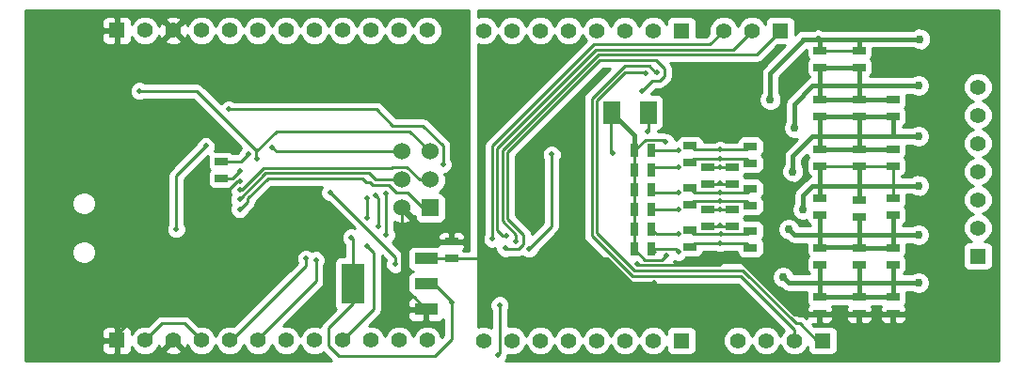
<source format=gbl>
G04 (created by PCBNEW (2013-may-18)-stable) date Tue Apr  7 22:42:00 2015*
%MOIN*%
G04 Gerber Fmt 3.4, Leading zero omitted, Abs format*
%FSLAX34Y34*%
G01*
G70*
G90*
G04 APERTURE LIST*
%ADD10C,0.00393701*%
%ADD11R,0.045X0.025*%
%ADD12R,0.025X0.045*%
%ADD13R,0.06X0.08*%
%ADD14R,0.055X0.055*%
%ADD15C,0.055*%
%ADD16R,0.06X0.06*%
%ADD17C,0.06*%
%ADD18R,0.08X0.144*%
%ADD19R,0.08X0.04*%
%ADD20C,0.02*%
%ADD21C,0.03*%
%ADD22C,0.009*%
%ADD23C,0.015*%
%ADD24C,0.01*%
G04 APERTURE END LIST*
G54D10*
G54D11*
X83447Y-45341D03*
X83447Y-45941D03*
X82807Y-44591D03*
X82807Y-45191D03*
X83447Y-43841D03*
X83447Y-44441D03*
X82807Y-43081D03*
X82807Y-43681D03*
X84942Y-45206D03*
X84942Y-44606D03*
X87397Y-49051D03*
X87397Y-48451D03*
X84287Y-45941D03*
X84287Y-45341D03*
X84947Y-46701D03*
X84947Y-46101D03*
X84287Y-44441D03*
X84287Y-43841D03*
X84942Y-43706D03*
X84942Y-43106D03*
G54D12*
X80847Y-43951D03*
X81447Y-43951D03*
X80847Y-44651D03*
X81447Y-44651D03*
X80847Y-45351D03*
X81447Y-45351D03*
X80847Y-46051D03*
X81447Y-46051D03*
X80847Y-46751D03*
X81447Y-46751D03*
G54D11*
X87397Y-42051D03*
X87397Y-41451D03*
X87397Y-43801D03*
X87397Y-43201D03*
X87397Y-45551D03*
X87397Y-44951D03*
X87397Y-47301D03*
X87397Y-46701D03*
X82807Y-46091D03*
X82807Y-46691D03*
X87397Y-40301D03*
X87397Y-39701D03*
G54D12*
X80847Y-43251D03*
X81447Y-43251D03*
G54D13*
X81317Y-41901D03*
X80017Y-41901D03*
G54D11*
X89997Y-43801D03*
X89997Y-43201D03*
X66200Y-44250D03*
X66200Y-43650D03*
X89997Y-45551D03*
X89997Y-44951D03*
X89997Y-47301D03*
X89997Y-46701D03*
X89997Y-49051D03*
X89997Y-48451D03*
X88797Y-46701D03*
X88797Y-47301D03*
X88797Y-45001D03*
X88797Y-45601D03*
X88797Y-43201D03*
X88797Y-43801D03*
X88797Y-48451D03*
X88797Y-49051D03*
X88797Y-41451D03*
X88797Y-42051D03*
X88797Y-39701D03*
X88797Y-40301D03*
X89997Y-42051D03*
X89997Y-41451D03*
G54D14*
X82497Y-50001D03*
G54D15*
X81497Y-50001D03*
X80497Y-50001D03*
X79497Y-50001D03*
X78497Y-50001D03*
X77497Y-50001D03*
X76497Y-50001D03*
X75497Y-50001D03*
G54D14*
X82497Y-39001D03*
G54D15*
X81497Y-39001D03*
X80497Y-39001D03*
X79497Y-39001D03*
X78497Y-39001D03*
X77497Y-39001D03*
X76497Y-39001D03*
X75497Y-39001D03*
G54D14*
X92997Y-47001D03*
G54D15*
X92997Y-46001D03*
X92997Y-45001D03*
X92997Y-44001D03*
X92997Y-43001D03*
X92997Y-42001D03*
X92997Y-41001D03*
G54D14*
X87497Y-50001D03*
G54D15*
X86497Y-50001D03*
X85497Y-50001D03*
X84497Y-50001D03*
G54D14*
X85997Y-39001D03*
G54D15*
X84997Y-39001D03*
X83997Y-39001D03*
G54D14*
X62500Y-50000D03*
G54D15*
X63500Y-50000D03*
X64500Y-50000D03*
X65500Y-50000D03*
X66500Y-50000D03*
X67500Y-50000D03*
X68500Y-50000D03*
X69500Y-50000D03*
X70500Y-50000D03*
X71500Y-50000D03*
X72500Y-50000D03*
X73500Y-50000D03*
G54D14*
X62500Y-39000D03*
G54D15*
X63500Y-39000D03*
X64500Y-39000D03*
X65500Y-39000D03*
X66500Y-39000D03*
X67500Y-39000D03*
X68500Y-39000D03*
X69500Y-39000D03*
X70500Y-39000D03*
X71500Y-39000D03*
X72500Y-39000D03*
X73500Y-39000D03*
G54D16*
X73600Y-45300D03*
G54D17*
X72600Y-45300D03*
X73600Y-44300D03*
X72600Y-44300D03*
X73600Y-43300D03*
X72600Y-43300D03*
G54D18*
X70850Y-48000D03*
G54D19*
X73450Y-48000D03*
X73450Y-48900D03*
X73450Y-47100D03*
G54D11*
X74350Y-46500D03*
X74350Y-47100D03*
G54D20*
X64200Y-44200D03*
X66850Y-44350D03*
X80940Y-47270D03*
X81520Y-47950D03*
G54D21*
X91197Y-48551D03*
X83997Y-47151D03*
G54D20*
X82390Y-43234D03*
X82389Y-43863D03*
X82390Y-44734D03*
X82389Y-45363D03*
X82387Y-46231D03*
X82387Y-46861D03*
X76260Y-46730D03*
X81090Y-41160D03*
X81307Y-42571D03*
X74050Y-43750D03*
X66475Y-41800D03*
X72360Y-47300D03*
X70060Y-44740D03*
X69550Y-47150D03*
X69200Y-47100D03*
X71350Y-46650D03*
X71350Y-45650D03*
X71350Y-44950D03*
X72040Y-46240D03*
X72020Y-44800D03*
X71750Y-45950D03*
X71650Y-44850D03*
X67480Y-43540D03*
X63300Y-41150D03*
X66850Y-44650D03*
X66850Y-45000D03*
X66850Y-45350D03*
X66850Y-44000D03*
X68000Y-43150D03*
X70800Y-46350D03*
X67150Y-43400D03*
X74370Y-48640D03*
X64600Y-46050D03*
X65650Y-43100D03*
X76310Y-46280D03*
X75800Y-46400D03*
X76640Y-46480D03*
X81617Y-40481D03*
X81237Y-40521D03*
X83864Y-46548D03*
X83867Y-44421D03*
X83867Y-43551D03*
X83867Y-45051D03*
G54D21*
X90897Y-44501D03*
X86797Y-45351D03*
G54D20*
X83867Y-44741D03*
X83867Y-45921D03*
G54D21*
X90897Y-42751D03*
X86447Y-44001D03*
G54D20*
X83867Y-43861D03*
G54D21*
X90897Y-40951D03*
X86497Y-42451D03*
G54D20*
X83867Y-43231D03*
G54D21*
X90897Y-46251D03*
X86297Y-46051D03*
G54D20*
X83867Y-45361D03*
G54D21*
X90897Y-47951D03*
X86097Y-47751D03*
G54D20*
X83907Y-46231D03*
X75990Y-50510D03*
X76060Y-48750D03*
X81950Y-47000D03*
X77900Y-43400D03*
X77100Y-46750D03*
X80050Y-43350D03*
G54D21*
X90947Y-39301D03*
X85647Y-41451D03*
G54D20*
X81937Y-42961D03*
G54D22*
X64400Y-47100D02*
X65200Y-47100D01*
X64200Y-46900D02*
X64400Y-47100D01*
X64200Y-44200D02*
X64200Y-46900D01*
X66850Y-44350D02*
X66775Y-44350D01*
X66775Y-44350D02*
X66025Y-45100D01*
X66025Y-45100D02*
X66025Y-46275D01*
X66025Y-46275D02*
X65200Y-47100D01*
X62500Y-49800D02*
X62500Y-50000D01*
X65200Y-47100D02*
X62500Y-49800D01*
X72600Y-48050D02*
X73450Y-48900D01*
X74350Y-46500D02*
X73800Y-46500D01*
X72600Y-45300D02*
X72600Y-48050D01*
X73800Y-46500D02*
X72600Y-45300D01*
X84000Y-47160D02*
X84000Y-47151D01*
X83829Y-47330D02*
X84000Y-47160D01*
X81000Y-47330D02*
X83829Y-47330D01*
X80940Y-47270D02*
X81000Y-47330D01*
X88797Y-49051D02*
X89999Y-49051D01*
X90000Y-49050D02*
X89997Y-49051D01*
X89999Y-49051D02*
X90000Y-49050D01*
X74350Y-47100D02*
X79870Y-47100D01*
X80720Y-47950D02*
X81520Y-47950D01*
X79870Y-47100D02*
X80720Y-47950D01*
X73450Y-47100D02*
X74350Y-47100D01*
G54D23*
X90697Y-49051D02*
X88797Y-49051D01*
X91197Y-48551D02*
X90697Y-49051D01*
X88797Y-49051D02*
X87397Y-49051D01*
X87397Y-49051D02*
X86497Y-49051D01*
X84597Y-47151D02*
X84000Y-47151D01*
X86497Y-49051D02*
X84597Y-47151D01*
X84000Y-47151D02*
X83997Y-47151D01*
G54D22*
X82390Y-43234D02*
X81464Y-43234D01*
X81464Y-43234D02*
X81447Y-43251D01*
X82390Y-43234D02*
X82387Y-43231D01*
X82389Y-43863D02*
X81535Y-43863D01*
X81535Y-43863D02*
X81447Y-43951D01*
X82389Y-43863D02*
X82387Y-43861D01*
X82390Y-44734D02*
X81530Y-44734D01*
X81530Y-44734D02*
X81447Y-44651D01*
X82390Y-44734D02*
X82387Y-44731D01*
X82389Y-45363D02*
X81459Y-45363D01*
X81459Y-45363D02*
X81447Y-45351D01*
X82389Y-45363D02*
X82387Y-45361D01*
X82387Y-46231D02*
X81627Y-46231D01*
X81627Y-46231D02*
X81447Y-46051D01*
X81447Y-46751D02*
X82301Y-46751D01*
X82400Y-46850D02*
X82387Y-46861D01*
X82301Y-46751D02*
X82400Y-46850D01*
X81557Y-46861D02*
X81447Y-46751D01*
X76290Y-46760D02*
X76260Y-46730D01*
X76720Y-46760D02*
X76290Y-46760D01*
X76910Y-46570D02*
X76720Y-46760D01*
X76910Y-46255D02*
X76910Y-46570D01*
X76340Y-45685D02*
X76910Y-46255D01*
X76340Y-43323D02*
X76340Y-45685D01*
X79603Y-40060D02*
X76340Y-43323D01*
X81609Y-40060D02*
X79603Y-40060D01*
X81890Y-40340D02*
X81609Y-40060D01*
X81890Y-40630D02*
X81890Y-40340D01*
X81740Y-40780D02*
X81890Y-40630D01*
X81470Y-40780D02*
X81740Y-40780D01*
X81090Y-41160D02*
X81470Y-40780D01*
X81317Y-42561D02*
X81317Y-41901D01*
X81307Y-42571D02*
X81317Y-42561D01*
X74050Y-43100D02*
X74050Y-43750D01*
X73325Y-42375D02*
X74050Y-43100D01*
X72275Y-42375D02*
X73325Y-42375D01*
X71700Y-41800D02*
X72275Y-42375D01*
X66475Y-41800D02*
X71700Y-41800D01*
X72360Y-47040D02*
X72360Y-47300D01*
X70060Y-44740D02*
X72360Y-47040D01*
X67500Y-50000D02*
X67500Y-49950D01*
X69550Y-47900D02*
X69550Y-47150D01*
X67500Y-49950D02*
X69550Y-47900D01*
X66500Y-50000D02*
X66550Y-50000D01*
X69200Y-47350D02*
X69200Y-47100D01*
X66550Y-50000D02*
X69200Y-47350D01*
X71600Y-48900D02*
X70500Y-50000D01*
X71600Y-46900D02*
X71600Y-48900D01*
X71350Y-46650D02*
X71600Y-46900D01*
X71350Y-44950D02*
X71350Y-45650D01*
X72040Y-44820D02*
X72040Y-46240D01*
X72020Y-44800D02*
X72040Y-44820D01*
X71750Y-44950D02*
X71750Y-45950D01*
X71650Y-44850D02*
X71750Y-44950D01*
X67440Y-43500D02*
X67440Y-43280D01*
X67480Y-43540D02*
X67440Y-43500D01*
X65325Y-41150D02*
X63300Y-41150D01*
X67440Y-43280D02*
X67440Y-43285D01*
X73600Y-43300D02*
X72875Y-42575D01*
X68150Y-42575D02*
X67440Y-43285D01*
X67440Y-43285D02*
X67450Y-43275D01*
X72875Y-42575D02*
X68150Y-42575D01*
X67450Y-43275D02*
X65325Y-41150D01*
X66850Y-44650D02*
X66935Y-44650D01*
X73220Y-44300D02*
X73600Y-44300D01*
X72780Y-43860D02*
X73220Y-44300D01*
X72259Y-43860D02*
X72780Y-43860D01*
X72239Y-43879D02*
X72259Y-43860D01*
X67705Y-43879D02*
X72239Y-43879D01*
X66935Y-44650D02*
X67705Y-43879D01*
X68500Y-44060D02*
X67780Y-44060D01*
X66860Y-44980D02*
X66850Y-45000D01*
X67780Y-44060D02*
X66860Y-44980D01*
X72600Y-44300D02*
X71660Y-44300D01*
X71420Y-44060D02*
X68500Y-44060D01*
X68500Y-44060D02*
X68500Y-44060D01*
X71660Y-44300D02*
X71420Y-44060D01*
X68840Y-44240D02*
X71200Y-44240D01*
X73340Y-45300D02*
X73600Y-45300D01*
X72800Y-44760D02*
X73340Y-45300D01*
X72400Y-44760D02*
X72800Y-44760D01*
X72120Y-44480D02*
X72400Y-44760D01*
X71580Y-44480D02*
X72120Y-44480D01*
X71477Y-44377D02*
X71580Y-44480D01*
X71337Y-44377D02*
X71477Y-44377D01*
X71200Y-44240D02*
X71337Y-44377D01*
X67854Y-44240D02*
X68840Y-44240D01*
X68840Y-44240D02*
X68860Y-44240D01*
X67127Y-44967D02*
X67854Y-44240D01*
X67127Y-45092D02*
X67127Y-44967D01*
X66850Y-45350D02*
X66870Y-45350D01*
X66870Y-45350D02*
X67127Y-45092D01*
X66200Y-44250D02*
X66600Y-44250D01*
X66600Y-44250D02*
X66850Y-44000D01*
X72600Y-43300D02*
X68150Y-43300D01*
X68150Y-43300D02*
X68000Y-43150D01*
X70850Y-48000D02*
X70850Y-48700D01*
X74350Y-48650D02*
X74350Y-48620D01*
X74350Y-49950D02*
X74350Y-48650D01*
X73750Y-50550D02*
X74350Y-49950D01*
X70350Y-50550D02*
X73750Y-50550D01*
X70000Y-50200D02*
X70350Y-50550D01*
X70000Y-49550D02*
X70000Y-50200D01*
X70850Y-48700D02*
X70000Y-49550D01*
X70850Y-48000D02*
X70850Y-46400D01*
X70850Y-46400D02*
X70800Y-46350D01*
X66200Y-43650D02*
X66900Y-43650D01*
X66900Y-43650D02*
X67150Y-43400D01*
X74370Y-48640D02*
X74350Y-48620D01*
X73730Y-48000D02*
X73450Y-48000D01*
X74350Y-48620D02*
X73730Y-48000D01*
X64100Y-49400D02*
X64900Y-49400D01*
X63500Y-50000D02*
X64100Y-49400D01*
X64900Y-49400D02*
X65500Y-50000D01*
X64600Y-44150D02*
X64600Y-46050D01*
X65650Y-43100D02*
X64600Y-44150D01*
X76310Y-46280D02*
X76170Y-46280D01*
X84317Y-39680D02*
X84997Y-39001D01*
X79474Y-39680D02*
X84317Y-39680D01*
X75980Y-43174D02*
X79474Y-39680D01*
X75980Y-46090D02*
X75980Y-43174D01*
X76170Y-46280D02*
X75980Y-46090D01*
X83997Y-39003D02*
X83500Y-39500D01*
X83500Y-39500D02*
X79400Y-39500D01*
X79400Y-39500D02*
X75800Y-43100D01*
X75800Y-43100D02*
X75800Y-46400D01*
X83997Y-39003D02*
X83997Y-39001D01*
X85997Y-39001D02*
X85997Y-39023D01*
X76640Y-46240D02*
X76640Y-46480D01*
X76160Y-45760D02*
X76640Y-46240D01*
X76160Y-43249D02*
X76160Y-45760D01*
X79549Y-39860D02*
X76160Y-43249D01*
X85159Y-39860D02*
X79549Y-39860D01*
X85997Y-39023D02*
X85159Y-39860D01*
X81617Y-40481D02*
X81581Y-40481D01*
X86497Y-49602D02*
X86497Y-50001D01*
X84604Y-47710D02*
X86497Y-49602D01*
X80755Y-47710D02*
X84604Y-47710D01*
X79319Y-46274D02*
X80755Y-47710D01*
X79319Y-41425D02*
X79319Y-46274D01*
X80485Y-40260D02*
X79319Y-41425D01*
X81360Y-40260D02*
X80485Y-40260D01*
X81581Y-40481D02*
X81360Y-40260D01*
X87497Y-50001D02*
X87301Y-50001D01*
X81200Y-40500D02*
X81237Y-40521D01*
X80500Y-40500D02*
X81200Y-40500D01*
X79500Y-41500D02*
X80500Y-40500D01*
X79500Y-46200D02*
X79500Y-41500D01*
X80820Y-47520D02*
X79500Y-46200D01*
X84669Y-47520D02*
X80820Y-47520D01*
X86549Y-49400D02*
X84669Y-47520D01*
X86700Y-49400D02*
X86549Y-49400D01*
X87301Y-50001D02*
X86700Y-49400D01*
X83864Y-46548D02*
X82950Y-46548D01*
X82950Y-46548D02*
X82807Y-46691D01*
X83864Y-46548D02*
X84814Y-46548D01*
X84814Y-46548D02*
X84957Y-46691D01*
X83864Y-46548D02*
X83867Y-46551D01*
X83447Y-44441D02*
X83847Y-44441D01*
X83847Y-44441D02*
X83867Y-44421D01*
X84297Y-44441D02*
X83887Y-44441D01*
X83887Y-44441D02*
X83867Y-44421D01*
X83867Y-43551D02*
X82937Y-43551D01*
X82937Y-43551D02*
X82807Y-43681D01*
X83867Y-43551D02*
X84807Y-43551D01*
X84807Y-43551D02*
X84957Y-43701D01*
X83867Y-45051D02*
X82947Y-45051D01*
X82947Y-45051D02*
X82807Y-45191D01*
X83867Y-45051D02*
X84807Y-45051D01*
X84807Y-45051D02*
X84957Y-45201D01*
X89997Y-44951D02*
X89997Y-44453D01*
X90000Y-44450D02*
X89997Y-44450D01*
X89997Y-44453D02*
X90000Y-44450D01*
X89997Y-43801D02*
X89997Y-44450D01*
X89997Y-44450D02*
X89997Y-44497D01*
X90000Y-44500D02*
X90000Y-44501D01*
X89997Y-44497D02*
X90000Y-44500D01*
X88797Y-43801D02*
X89999Y-43801D01*
X90000Y-43800D02*
X89997Y-43801D01*
X89999Y-43801D02*
X90000Y-43800D01*
X87397Y-43801D02*
X88799Y-43801D01*
X88800Y-43800D02*
X88797Y-43801D01*
X88799Y-43801D02*
X88800Y-43800D01*
G54D23*
X87397Y-44951D02*
X87397Y-44501D01*
X87397Y-43801D02*
X87397Y-44501D01*
X88797Y-45001D02*
X88797Y-44501D01*
X88797Y-43801D02*
X88797Y-44501D01*
X90897Y-44501D02*
X90000Y-44501D01*
X90000Y-44501D02*
X87147Y-44501D01*
X87147Y-44501D02*
X86797Y-44851D01*
X86797Y-44851D02*
X86797Y-45351D01*
G54D22*
X82957Y-44741D02*
X82807Y-44591D01*
X83867Y-44741D02*
X82957Y-44741D01*
X83867Y-44741D02*
X84817Y-44741D01*
X84817Y-44741D02*
X84957Y-44601D01*
X83447Y-45941D02*
X83847Y-45941D01*
X83847Y-45941D02*
X83867Y-45921D01*
X84297Y-45941D02*
X83887Y-45941D01*
X83887Y-45941D02*
X83867Y-45921D01*
G54D23*
X89997Y-42051D02*
X89997Y-42747D01*
X90900Y-42750D02*
X90900Y-42751D01*
X90000Y-42750D02*
X90900Y-42750D01*
X89997Y-42747D02*
X90000Y-42750D01*
X88797Y-43201D02*
X87351Y-43201D01*
X87350Y-43200D02*
X87397Y-43201D01*
X87351Y-43201D02*
X87350Y-43200D01*
X88797Y-43201D02*
X89999Y-43201D01*
X90000Y-43200D02*
X89997Y-43201D01*
X89999Y-43201D02*
X90000Y-43200D01*
X88797Y-42051D02*
X87401Y-42051D01*
X87400Y-42050D02*
X87397Y-42051D01*
X87401Y-42051D02*
X87400Y-42050D01*
X89997Y-42051D02*
X88851Y-42051D01*
X88800Y-42000D02*
X88797Y-42051D01*
X88851Y-42051D02*
X88800Y-42000D01*
X88797Y-43201D02*
X88797Y-42751D01*
X88797Y-42051D02*
X88797Y-42751D01*
X87397Y-43201D02*
X87397Y-42751D01*
X87397Y-42051D02*
X87397Y-42751D01*
X90897Y-42751D02*
X90900Y-42751D01*
X90900Y-42751D02*
X87147Y-42751D01*
X86447Y-43451D02*
X86447Y-44001D01*
X87147Y-42751D02*
X86447Y-43451D01*
G54D22*
X83447Y-43841D02*
X83847Y-43841D01*
X83847Y-43841D02*
X83867Y-43861D01*
X84297Y-43841D02*
X83887Y-43841D01*
X83887Y-43841D02*
X83867Y-43861D01*
G54D23*
X88797Y-40301D02*
X87401Y-40301D01*
X87350Y-40250D02*
X87397Y-40301D01*
X87401Y-40301D02*
X87350Y-40250D01*
X88797Y-41451D02*
X89999Y-41451D01*
X90000Y-41450D02*
X89997Y-41451D01*
X89999Y-41451D02*
X90000Y-41450D01*
X88797Y-41451D02*
X87401Y-41451D01*
X87400Y-41450D02*
X87397Y-41451D01*
X87401Y-41451D02*
X87400Y-41450D01*
X88797Y-41451D02*
X88797Y-40953D01*
X88800Y-40950D02*
X88797Y-40950D01*
X88797Y-40953D02*
X88800Y-40950D01*
X88797Y-40950D02*
X88797Y-40951D01*
X88797Y-40301D02*
X88797Y-40951D01*
X87397Y-40301D02*
X87397Y-40951D01*
X87397Y-40951D02*
X87397Y-41451D01*
X90897Y-40951D02*
X88797Y-40951D01*
X88797Y-40951D02*
X87147Y-40951D01*
X86497Y-41601D02*
X86497Y-42451D01*
X87147Y-40951D02*
X86497Y-41601D01*
G54D22*
X83867Y-43231D02*
X84797Y-43231D01*
X84902Y-43126D02*
X84942Y-43106D01*
X84797Y-43231D02*
X84902Y-43126D01*
X83867Y-43231D02*
X83867Y-43231D01*
X83867Y-43231D02*
X82957Y-43231D01*
X82957Y-43231D02*
X82807Y-43081D01*
G54D23*
X89997Y-45551D02*
X89997Y-46247D01*
X90900Y-46250D02*
X90900Y-46251D01*
X90000Y-46250D02*
X90900Y-46250D01*
X89997Y-46247D02*
X90000Y-46250D01*
X89997Y-46701D02*
X88801Y-46701D01*
X87400Y-46700D02*
X87397Y-46701D01*
X88800Y-46700D02*
X87400Y-46700D01*
X88801Y-46701D02*
X88800Y-46700D01*
X89997Y-46701D02*
X89997Y-46251D01*
X89997Y-46251D02*
X89997Y-46201D01*
X89997Y-45551D02*
X89997Y-46201D01*
X87397Y-46701D02*
X87397Y-46251D01*
X87397Y-45551D02*
X87397Y-46251D01*
X88797Y-46701D02*
X88797Y-46251D01*
X88797Y-45601D02*
X88797Y-46251D01*
X90897Y-46251D02*
X90900Y-46251D01*
X90900Y-46251D02*
X86497Y-46251D01*
X86497Y-46251D02*
X86297Y-46051D01*
G54D22*
X83447Y-45341D02*
X83847Y-45341D01*
X83847Y-45341D02*
X83867Y-45361D01*
X84297Y-45341D02*
X83887Y-45341D01*
X83887Y-45341D02*
X83867Y-45361D01*
G54D23*
X88797Y-48451D02*
X89999Y-48451D01*
X90000Y-48450D02*
X89997Y-48451D01*
X89999Y-48451D02*
X90000Y-48450D01*
X87397Y-48451D02*
X88799Y-48451D01*
X88800Y-48450D02*
X88797Y-48451D01*
X88799Y-48451D02*
X88800Y-48450D01*
X89997Y-47301D02*
X89997Y-47947D01*
X90900Y-47950D02*
X90900Y-47951D01*
X90000Y-47950D02*
X90900Y-47950D01*
X89997Y-47947D02*
X90000Y-47950D01*
X89997Y-48451D02*
X89997Y-47951D01*
X89997Y-47301D02*
X89997Y-47951D01*
X88797Y-48451D02*
X88797Y-47951D01*
X88797Y-47951D02*
X88797Y-47301D01*
X87397Y-48451D02*
X87397Y-47951D01*
X87397Y-47951D02*
X87397Y-48001D01*
X87397Y-47301D02*
X87397Y-48001D01*
X90897Y-47951D02*
X90900Y-47951D01*
X90900Y-47951D02*
X86297Y-47951D01*
X86297Y-47951D02*
X86097Y-47751D01*
G54D22*
X83867Y-46231D02*
X83907Y-46231D01*
X84817Y-46231D02*
X84957Y-46091D01*
X83867Y-46231D02*
X84817Y-46231D01*
X83907Y-46231D02*
X82947Y-46231D01*
X82947Y-46231D02*
X82807Y-46091D01*
X76060Y-50440D02*
X76060Y-48750D01*
X76060Y-50440D02*
X75990Y-50510D01*
X80850Y-46800D02*
X80847Y-46751D01*
X81200Y-47150D02*
X80850Y-46800D01*
X81800Y-47150D02*
X81200Y-47150D01*
X81950Y-47000D02*
X81800Y-47150D01*
X77900Y-45950D02*
X77900Y-43400D01*
X77100Y-46750D02*
X77900Y-45950D01*
X88797Y-39701D02*
X87451Y-39701D01*
X87400Y-39650D02*
X87397Y-39701D01*
X87451Y-39701D02*
X87400Y-39650D01*
X80000Y-41900D02*
X80017Y-41901D01*
X80000Y-43300D02*
X80000Y-41900D01*
X80050Y-43350D02*
X80000Y-43300D01*
G54D23*
X80847Y-43251D02*
X80847Y-42731D01*
X80847Y-42731D02*
X80017Y-41901D01*
X88797Y-39701D02*
X88797Y-39351D01*
X88797Y-39351D02*
X88847Y-39301D01*
X87397Y-39701D02*
X87397Y-39301D01*
X87397Y-39301D02*
X87347Y-39251D01*
X87347Y-39251D02*
X87347Y-39301D01*
X87147Y-39301D02*
X86797Y-39301D01*
X90947Y-39301D02*
X88847Y-39301D01*
X88847Y-39301D02*
X87347Y-39301D01*
X87347Y-39301D02*
X87147Y-39301D01*
X86797Y-39301D02*
X86897Y-39301D01*
X86897Y-39301D02*
X86797Y-39301D01*
X86797Y-39301D02*
X86847Y-39301D01*
X86847Y-39301D02*
X85647Y-40501D01*
X85647Y-40501D02*
X85647Y-41451D01*
G54D22*
X80847Y-46751D02*
X80847Y-46051D01*
X80847Y-46051D02*
X80847Y-45351D01*
X80847Y-45351D02*
X80847Y-44651D01*
X80847Y-44651D02*
X80847Y-43951D01*
X80847Y-43951D02*
X80847Y-43251D01*
X80847Y-43251D02*
X81217Y-42881D01*
X81217Y-42881D02*
X81857Y-42881D01*
X81857Y-42881D02*
X81937Y-42961D01*
G54D10*
G36*
X74950Y-46805D02*
X74758Y-46805D01*
X74753Y-46800D01*
X74787Y-46766D01*
X74825Y-46674D01*
X74825Y-46325D01*
X74787Y-46233D01*
X74716Y-46163D01*
X74624Y-46125D01*
X74525Y-46124D01*
X74462Y-46125D01*
X74400Y-46187D01*
X74400Y-46450D01*
X74762Y-46450D01*
X74825Y-46387D01*
X74825Y-46325D01*
X74825Y-46674D01*
X74825Y-46612D01*
X74762Y-46550D01*
X74400Y-46550D01*
X74400Y-46557D01*
X74300Y-46557D01*
X74300Y-46550D01*
X74300Y-46450D01*
X74300Y-46187D01*
X74237Y-46125D01*
X74174Y-46124D01*
X74075Y-46125D01*
X73983Y-46163D01*
X73912Y-46233D01*
X73874Y-46325D01*
X73875Y-46387D01*
X73937Y-46450D01*
X74300Y-46450D01*
X74300Y-46550D01*
X73937Y-46550D01*
X73875Y-46612D01*
X73874Y-46650D01*
X73800Y-46649D01*
X73000Y-46649D01*
X72908Y-46687D01*
X72838Y-46758D01*
X72800Y-46850D01*
X72799Y-46949D01*
X72799Y-47349D01*
X72837Y-47441D01*
X72908Y-47511D01*
X73000Y-47549D01*
X73000Y-47549D01*
X73000Y-47549D01*
X72908Y-47587D01*
X72838Y-47658D01*
X72800Y-47750D01*
X72799Y-47849D01*
X72799Y-48249D01*
X72837Y-48341D01*
X72908Y-48411D01*
X73000Y-48449D01*
X73050Y-48450D01*
X73000Y-48450D01*
X72908Y-48488D01*
X72837Y-48558D01*
X72799Y-48650D01*
X72800Y-48787D01*
X72862Y-48850D01*
X73400Y-48850D01*
X73400Y-48842D01*
X73500Y-48842D01*
X73500Y-48850D01*
X73507Y-48850D01*
X73507Y-48950D01*
X73500Y-48950D01*
X73500Y-49287D01*
X73562Y-49350D01*
X73800Y-49350D01*
X73899Y-49349D01*
X73991Y-49311D01*
X74055Y-49248D01*
X74055Y-49827D01*
X74013Y-49868D01*
X73945Y-49703D01*
X73797Y-49555D01*
X73604Y-49475D01*
X73400Y-49474D01*
X73400Y-49287D01*
X73400Y-48950D01*
X72862Y-48950D01*
X72800Y-49012D01*
X72799Y-49149D01*
X72837Y-49241D01*
X72908Y-49311D01*
X73000Y-49349D01*
X73099Y-49350D01*
X73337Y-49350D01*
X73400Y-49287D01*
X73400Y-49474D01*
X73396Y-49474D01*
X73203Y-49554D01*
X73055Y-49702D01*
X72999Y-49835D01*
X72945Y-49703D01*
X72797Y-49555D01*
X72604Y-49475D01*
X72396Y-49474D01*
X72203Y-49554D01*
X72055Y-49702D01*
X71999Y-49835D01*
X71945Y-49703D01*
X71797Y-49555D01*
X71604Y-49475D01*
X71442Y-49474D01*
X71808Y-49108D01*
X71808Y-49108D01*
X71872Y-49012D01*
X71894Y-48900D01*
X71895Y-48900D01*
X71895Y-46992D01*
X72046Y-47143D01*
X72010Y-47230D01*
X72009Y-47369D01*
X72063Y-47498D01*
X72161Y-47596D01*
X72290Y-47649D01*
X72429Y-47650D01*
X72558Y-47596D01*
X72656Y-47498D01*
X72709Y-47369D01*
X72710Y-47230D01*
X72656Y-47102D01*
X72655Y-47100D01*
X72655Y-47040D01*
X72632Y-46927D01*
X72568Y-46831D01*
X72568Y-46831D01*
X72256Y-46518D01*
X72336Y-46438D01*
X72389Y-46309D01*
X72390Y-46170D01*
X72336Y-46042D01*
X72335Y-46040D01*
X72335Y-45789D01*
X72518Y-45854D01*
X72736Y-45843D01*
X72887Y-45781D01*
X72915Y-45685D01*
X72600Y-45370D01*
X72594Y-45376D01*
X72523Y-45305D01*
X72529Y-45300D01*
X72523Y-45294D01*
X72594Y-45223D01*
X72600Y-45229D01*
X72605Y-45223D01*
X72676Y-45294D01*
X72670Y-45300D01*
X72985Y-45615D01*
X73049Y-45596D01*
X73049Y-45649D01*
X73087Y-45741D01*
X73158Y-45811D01*
X73250Y-45849D01*
X73349Y-45850D01*
X73949Y-45850D01*
X74041Y-45812D01*
X74111Y-45741D01*
X74149Y-45649D01*
X74150Y-45550D01*
X74150Y-44950D01*
X74112Y-44858D01*
X74041Y-44788D01*
X73949Y-44750D01*
X73927Y-44750D01*
X74065Y-44611D01*
X74149Y-44409D01*
X74150Y-44191D01*
X74112Y-44100D01*
X74119Y-44100D01*
X74248Y-44046D01*
X74346Y-43948D01*
X74399Y-43819D01*
X74400Y-43680D01*
X74346Y-43552D01*
X74345Y-43550D01*
X74345Y-43100D01*
X74322Y-42987D01*
X74258Y-42891D01*
X74025Y-42657D01*
X74025Y-38896D01*
X73945Y-38703D01*
X73797Y-38555D01*
X73604Y-38475D01*
X73396Y-38474D01*
X73203Y-38554D01*
X73055Y-38702D01*
X72999Y-38835D01*
X72945Y-38703D01*
X72797Y-38555D01*
X72604Y-38475D01*
X72396Y-38474D01*
X72203Y-38554D01*
X72055Y-38702D01*
X71999Y-38835D01*
X71945Y-38703D01*
X71797Y-38555D01*
X71604Y-38475D01*
X71396Y-38474D01*
X71203Y-38554D01*
X71055Y-38702D01*
X70999Y-38835D01*
X70945Y-38703D01*
X70797Y-38555D01*
X70604Y-38475D01*
X70396Y-38474D01*
X70203Y-38554D01*
X70055Y-38702D01*
X69999Y-38835D01*
X69945Y-38703D01*
X69797Y-38555D01*
X69604Y-38475D01*
X69396Y-38474D01*
X69203Y-38554D01*
X69055Y-38702D01*
X68999Y-38835D01*
X68945Y-38703D01*
X68797Y-38555D01*
X68604Y-38475D01*
X68396Y-38474D01*
X68203Y-38554D01*
X68055Y-38702D01*
X67999Y-38835D01*
X67945Y-38703D01*
X67797Y-38555D01*
X67604Y-38475D01*
X67396Y-38474D01*
X67203Y-38554D01*
X67055Y-38702D01*
X66999Y-38835D01*
X66945Y-38703D01*
X66797Y-38555D01*
X66604Y-38475D01*
X66396Y-38474D01*
X66203Y-38554D01*
X66055Y-38702D01*
X65999Y-38835D01*
X65945Y-38703D01*
X65797Y-38555D01*
X65604Y-38475D01*
X65396Y-38474D01*
X65203Y-38554D01*
X65055Y-38702D01*
X65002Y-38828D01*
X64960Y-38727D01*
X64867Y-38702D01*
X64797Y-38773D01*
X64797Y-38632D01*
X64772Y-38539D01*
X64575Y-38470D01*
X64367Y-38481D01*
X64227Y-38539D01*
X64202Y-38632D01*
X64500Y-38929D01*
X64797Y-38632D01*
X64797Y-38773D01*
X64570Y-39000D01*
X64867Y-39297D01*
X64960Y-39272D01*
X64999Y-39162D01*
X65054Y-39297D01*
X65202Y-39444D01*
X65395Y-39524D01*
X65603Y-39525D01*
X65797Y-39445D01*
X65944Y-39297D01*
X66000Y-39164D01*
X66054Y-39297D01*
X66202Y-39444D01*
X66395Y-39524D01*
X66603Y-39525D01*
X66797Y-39445D01*
X66944Y-39297D01*
X67000Y-39164D01*
X67054Y-39297D01*
X67202Y-39444D01*
X67395Y-39524D01*
X67603Y-39525D01*
X67797Y-39445D01*
X67944Y-39297D01*
X68000Y-39164D01*
X68054Y-39297D01*
X68202Y-39444D01*
X68395Y-39524D01*
X68603Y-39525D01*
X68797Y-39445D01*
X68944Y-39297D01*
X69000Y-39164D01*
X69054Y-39297D01*
X69202Y-39444D01*
X69395Y-39524D01*
X69603Y-39525D01*
X69797Y-39445D01*
X69944Y-39297D01*
X70000Y-39164D01*
X70054Y-39297D01*
X70202Y-39444D01*
X70395Y-39524D01*
X70603Y-39525D01*
X70797Y-39445D01*
X70944Y-39297D01*
X71000Y-39164D01*
X71054Y-39297D01*
X71202Y-39444D01*
X71395Y-39524D01*
X71603Y-39525D01*
X71797Y-39445D01*
X71944Y-39297D01*
X72000Y-39164D01*
X72054Y-39297D01*
X72202Y-39444D01*
X72395Y-39524D01*
X72603Y-39525D01*
X72797Y-39445D01*
X72944Y-39297D01*
X73000Y-39164D01*
X73054Y-39297D01*
X73202Y-39444D01*
X73395Y-39524D01*
X73603Y-39525D01*
X73797Y-39445D01*
X73944Y-39297D01*
X74024Y-39104D01*
X74025Y-38896D01*
X74025Y-42657D01*
X73533Y-42166D01*
X73437Y-42102D01*
X73325Y-42080D01*
X72397Y-42080D01*
X71908Y-41591D01*
X71812Y-41527D01*
X71700Y-41505D01*
X66675Y-41505D01*
X66673Y-41503D01*
X66544Y-41450D01*
X66405Y-41449D01*
X66277Y-41503D01*
X66186Y-41593D01*
X65533Y-40941D01*
X65437Y-40877D01*
X65325Y-40855D01*
X64797Y-40855D01*
X64797Y-39367D01*
X64500Y-39070D01*
X64429Y-39141D01*
X64429Y-39000D01*
X64132Y-38702D01*
X64039Y-38727D01*
X64000Y-38837D01*
X63945Y-38703D01*
X63797Y-38555D01*
X63604Y-38475D01*
X63396Y-38474D01*
X63203Y-38554D01*
X63055Y-38702D01*
X63025Y-38774D01*
X63025Y-38774D01*
X63024Y-38675D01*
X62986Y-38583D01*
X62916Y-38512D01*
X62824Y-38474D01*
X62612Y-38475D01*
X62550Y-38537D01*
X62550Y-38950D01*
X62557Y-38950D01*
X62557Y-39050D01*
X62550Y-39050D01*
X62550Y-39462D01*
X62612Y-39525D01*
X62824Y-39525D01*
X62916Y-39487D01*
X62986Y-39416D01*
X63024Y-39324D01*
X63025Y-39225D01*
X63025Y-39225D01*
X63054Y-39297D01*
X63202Y-39444D01*
X63395Y-39524D01*
X63603Y-39525D01*
X63797Y-39445D01*
X63944Y-39297D01*
X63997Y-39171D01*
X64039Y-39272D01*
X64132Y-39297D01*
X64429Y-39000D01*
X64429Y-39141D01*
X64202Y-39367D01*
X64227Y-39460D01*
X64424Y-39529D01*
X64632Y-39518D01*
X64772Y-39460D01*
X64797Y-39367D01*
X64797Y-40855D01*
X63500Y-40855D01*
X63498Y-40853D01*
X63369Y-40800D01*
X63230Y-40799D01*
X63102Y-40853D01*
X63003Y-40951D01*
X62950Y-41080D01*
X62949Y-41219D01*
X63003Y-41348D01*
X63101Y-41446D01*
X63230Y-41499D01*
X63369Y-41500D01*
X63498Y-41446D01*
X63499Y-41445D01*
X65202Y-41445D01*
X66906Y-43148D01*
X66853Y-43201D01*
X66800Y-43330D01*
X66800Y-43332D01*
X66777Y-43355D01*
X66608Y-43355D01*
X66566Y-43313D01*
X66474Y-43275D01*
X66375Y-43274D01*
X65956Y-43274D01*
X65999Y-43169D01*
X66000Y-43030D01*
X65946Y-42902D01*
X65848Y-42803D01*
X65719Y-42750D01*
X65580Y-42749D01*
X65452Y-42803D01*
X65353Y-42901D01*
X65300Y-43030D01*
X65300Y-43032D01*
X64391Y-43941D01*
X64327Y-44037D01*
X64305Y-44150D01*
X64305Y-45849D01*
X64303Y-45851D01*
X64250Y-45980D01*
X64249Y-46119D01*
X64303Y-46248D01*
X64401Y-46346D01*
X64530Y-46399D01*
X64669Y-46400D01*
X64798Y-46346D01*
X64896Y-46248D01*
X64949Y-46119D01*
X64950Y-45980D01*
X64896Y-45852D01*
X64895Y-45850D01*
X64895Y-44272D01*
X65717Y-43450D01*
X65719Y-43450D01*
X65738Y-43442D01*
X65725Y-43475D01*
X65724Y-43574D01*
X65724Y-43824D01*
X65762Y-43916D01*
X65796Y-43949D01*
X65763Y-43983D01*
X65725Y-44075D01*
X65724Y-44174D01*
X65724Y-44424D01*
X65762Y-44516D01*
X65833Y-44586D01*
X65925Y-44624D01*
X66024Y-44625D01*
X66474Y-44625D01*
X66500Y-44614D01*
X66499Y-44719D01*
X66543Y-44825D01*
X66500Y-44930D01*
X66499Y-45069D01*
X66543Y-45175D01*
X66500Y-45280D01*
X66499Y-45419D01*
X66553Y-45548D01*
X66651Y-45646D01*
X66780Y-45699D01*
X66919Y-45700D01*
X67048Y-45646D01*
X67146Y-45548D01*
X67187Y-45449D01*
X67335Y-45301D01*
X67335Y-45301D01*
X67399Y-45205D01*
X67422Y-45092D01*
X67422Y-45092D01*
X67422Y-45089D01*
X67976Y-44535D01*
X68840Y-44535D01*
X68860Y-44535D01*
X69769Y-44535D01*
X69763Y-44541D01*
X69710Y-44670D01*
X69709Y-44809D01*
X69763Y-44938D01*
X69861Y-45036D01*
X69990Y-45089D01*
X69992Y-45089D01*
X70926Y-46023D01*
X70869Y-46000D01*
X70730Y-45999D01*
X70602Y-46053D01*
X70503Y-46151D01*
X70450Y-46280D01*
X70449Y-46419D01*
X70503Y-46548D01*
X70555Y-46599D01*
X70555Y-47029D01*
X70400Y-47029D01*
X70308Y-47067D01*
X70238Y-47138D01*
X70200Y-47230D01*
X70199Y-47329D01*
X70199Y-48769D01*
X70237Y-48861D01*
X70254Y-48878D01*
X69791Y-49341D01*
X69727Y-49437D01*
X69711Y-49519D01*
X69604Y-49475D01*
X69396Y-49474D01*
X69203Y-49554D01*
X69055Y-49702D01*
X68999Y-49835D01*
X68945Y-49703D01*
X68797Y-49555D01*
X68604Y-49475D01*
X68396Y-49474D01*
X68389Y-49477D01*
X69758Y-48108D01*
X69822Y-48012D01*
X69845Y-47900D01*
X69845Y-47350D01*
X69846Y-47348D01*
X69899Y-47219D01*
X69900Y-47080D01*
X69846Y-46952D01*
X69748Y-46853D01*
X69619Y-46800D01*
X69480Y-46799D01*
X69420Y-46825D01*
X69398Y-46803D01*
X69269Y-46750D01*
X69130Y-46749D01*
X69002Y-46803D01*
X68903Y-46901D01*
X68850Y-47030D01*
X68849Y-47169D01*
X68883Y-47249D01*
X66642Y-49490D01*
X66604Y-49475D01*
X66396Y-49474D01*
X66203Y-49554D01*
X66055Y-49702D01*
X65999Y-49835D01*
X65945Y-49703D01*
X65797Y-49555D01*
X65604Y-49475D01*
X65396Y-49474D01*
X65393Y-49476D01*
X65108Y-49191D01*
X65012Y-49127D01*
X64900Y-49105D01*
X64100Y-49105D01*
X63987Y-49127D01*
X63891Y-49191D01*
X63606Y-49475D01*
X63604Y-49475D01*
X63396Y-49474D01*
X63203Y-49554D01*
X63055Y-49702D01*
X63025Y-49774D01*
X63025Y-49774D01*
X63024Y-49675D01*
X62986Y-49583D01*
X62916Y-49512D01*
X62824Y-49474D01*
X62612Y-49475D01*
X62550Y-49537D01*
X62550Y-49950D01*
X62557Y-49950D01*
X62557Y-50050D01*
X62550Y-50050D01*
X62550Y-50462D01*
X62612Y-50525D01*
X62824Y-50525D01*
X62916Y-50487D01*
X62986Y-50416D01*
X63024Y-50324D01*
X63025Y-50225D01*
X63025Y-50225D01*
X63054Y-50297D01*
X63202Y-50444D01*
X63395Y-50524D01*
X63603Y-50525D01*
X63797Y-50445D01*
X63944Y-50297D01*
X63997Y-50171D01*
X64039Y-50272D01*
X64132Y-50297D01*
X64429Y-50000D01*
X64423Y-49994D01*
X64494Y-49923D01*
X64500Y-49929D01*
X64505Y-49923D01*
X64576Y-49994D01*
X64570Y-50000D01*
X64867Y-50297D01*
X64960Y-50272D01*
X64999Y-50162D01*
X65054Y-50297D01*
X65202Y-50444D01*
X65395Y-50524D01*
X65603Y-50525D01*
X65797Y-50445D01*
X65944Y-50297D01*
X66000Y-50164D01*
X66054Y-50297D01*
X66202Y-50444D01*
X66395Y-50524D01*
X66603Y-50525D01*
X66797Y-50445D01*
X66944Y-50297D01*
X67000Y-50164D01*
X67054Y-50297D01*
X67202Y-50444D01*
X67395Y-50524D01*
X67603Y-50525D01*
X67797Y-50445D01*
X67944Y-50297D01*
X68000Y-50164D01*
X68054Y-50297D01*
X68202Y-50444D01*
X68395Y-50524D01*
X68603Y-50525D01*
X68797Y-50445D01*
X68944Y-50297D01*
X69000Y-50164D01*
X69054Y-50297D01*
X69202Y-50444D01*
X69395Y-50524D01*
X69603Y-50525D01*
X69797Y-50445D01*
X69812Y-50429D01*
X70103Y-50720D01*
X64797Y-50720D01*
X64797Y-50367D01*
X64500Y-50070D01*
X64202Y-50367D01*
X64227Y-50460D01*
X64424Y-50529D01*
X64632Y-50518D01*
X64772Y-50460D01*
X64797Y-50367D01*
X64797Y-50720D01*
X62450Y-50720D01*
X62450Y-50462D01*
X62450Y-50050D01*
X62450Y-49950D01*
X62450Y-49537D01*
X62450Y-39462D01*
X62450Y-39050D01*
X62450Y-38950D01*
X62450Y-38537D01*
X62387Y-38475D01*
X62175Y-38474D01*
X62083Y-38512D01*
X62013Y-38583D01*
X61975Y-38675D01*
X61974Y-38774D01*
X61975Y-38887D01*
X62037Y-38950D01*
X62450Y-38950D01*
X62450Y-39050D01*
X62037Y-39050D01*
X61975Y-39112D01*
X61974Y-39225D01*
X61975Y-39324D01*
X62013Y-39416D01*
X62083Y-39487D01*
X62175Y-39525D01*
X62387Y-39525D01*
X62450Y-39462D01*
X62450Y-49537D01*
X62387Y-49475D01*
X62175Y-49474D01*
X62083Y-49512D01*
X62013Y-49583D01*
X61975Y-49675D01*
X61974Y-49774D01*
X61975Y-49887D01*
X62037Y-49950D01*
X62450Y-49950D01*
X62450Y-50050D01*
X62037Y-50050D01*
X61975Y-50112D01*
X61974Y-50225D01*
X61975Y-50324D01*
X62013Y-50416D01*
X62083Y-50487D01*
X62175Y-50525D01*
X62387Y-50525D01*
X62450Y-50462D01*
X62450Y-50720D01*
X61762Y-50720D01*
X61762Y-46781D01*
X61762Y-45049D01*
X61697Y-44892D01*
X61577Y-44772D01*
X61420Y-44707D01*
X61250Y-44706D01*
X61093Y-44771D01*
X60973Y-44891D01*
X60908Y-45048D01*
X60907Y-45218D01*
X60972Y-45375D01*
X61092Y-45495D01*
X61249Y-45560D01*
X61419Y-45561D01*
X61576Y-45496D01*
X61696Y-45376D01*
X61761Y-45219D01*
X61762Y-45049D01*
X61762Y-46781D01*
X61697Y-46624D01*
X61577Y-46504D01*
X61420Y-46439D01*
X61250Y-46438D01*
X61093Y-46503D01*
X60973Y-46623D01*
X60908Y-46780D01*
X60907Y-46950D01*
X60972Y-47107D01*
X61092Y-47227D01*
X61249Y-47292D01*
X61419Y-47293D01*
X61576Y-47228D01*
X61696Y-47108D01*
X61761Y-46951D01*
X61762Y-46781D01*
X61762Y-50720D01*
X59279Y-50720D01*
X59279Y-50500D01*
X59279Y-38279D01*
X74950Y-38279D01*
X74950Y-46805D01*
X74950Y-46805D01*
G37*
G54D24*
X74950Y-46805D02*
X74758Y-46805D01*
X74753Y-46800D01*
X74787Y-46766D01*
X74825Y-46674D01*
X74825Y-46325D01*
X74787Y-46233D01*
X74716Y-46163D01*
X74624Y-46125D01*
X74525Y-46124D01*
X74462Y-46125D01*
X74400Y-46187D01*
X74400Y-46450D01*
X74762Y-46450D01*
X74825Y-46387D01*
X74825Y-46325D01*
X74825Y-46674D01*
X74825Y-46612D01*
X74762Y-46550D01*
X74400Y-46550D01*
X74400Y-46557D01*
X74300Y-46557D01*
X74300Y-46550D01*
X74300Y-46450D01*
X74300Y-46187D01*
X74237Y-46125D01*
X74174Y-46124D01*
X74075Y-46125D01*
X73983Y-46163D01*
X73912Y-46233D01*
X73874Y-46325D01*
X73875Y-46387D01*
X73937Y-46450D01*
X74300Y-46450D01*
X74300Y-46550D01*
X73937Y-46550D01*
X73875Y-46612D01*
X73874Y-46650D01*
X73800Y-46649D01*
X73000Y-46649D01*
X72908Y-46687D01*
X72838Y-46758D01*
X72800Y-46850D01*
X72799Y-46949D01*
X72799Y-47349D01*
X72837Y-47441D01*
X72908Y-47511D01*
X73000Y-47549D01*
X73000Y-47549D01*
X73000Y-47549D01*
X72908Y-47587D01*
X72838Y-47658D01*
X72800Y-47750D01*
X72799Y-47849D01*
X72799Y-48249D01*
X72837Y-48341D01*
X72908Y-48411D01*
X73000Y-48449D01*
X73050Y-48450D01*
X73000Y-48450D01*
X72908Y-48488D01*
X72837Y-48558D01*
X72799Y-48650D01*
X72800Y-48787D01*
X72862Y-48850D01*
X73400Y-48850D01*
X73400Y-48842D01*
X73500Y-48842D01*
X73500Y-48850D01*
X73507Y-48850D01*
X73507Y-48950D01*
X73500Y-48950D01*
X73500Y-49287D01*
X73562Y-49350D01*
X73800Y-49350D01*
X73899Y-49349D01*
X73991Y-49311D01*
X74055Y-49248D01*
X74055Y-49827D01*
X74013Y-49868D01*
X73945Y-49703D01*
X73797Y-49555D01*
X73604Y-49475D01*
X73400Y-49474D01*
X73400Y-49287D01*
X73400Y-48950D01*
X72862Y-48950D01*
X72800Y-49012D01*
X72799Y-49149D01*
X72837Y-49241D01*
X72908Y-49311D01*
X73000Y-49349D01*
X73099Y-49350D01*
X73337Y-49350D01*
X73400Y-49287D01*
X73400Y-49474D01*
X73396Y-49474D01*
X73203Y-49554D01*
X73055Y-49702D01*
X72999Y-49835D01*
X72945Y-49703D01*
X72797Y-49555D01*
X72604Y-49475D01*
X72396Y-49474D01*
X72203Y-49554D01*
X72055Y-49702D01*
X71999Y-49835D01*
X71945Y-49703D01*
X71797Y-49555D01*
X71604Y-49475D01*
X71442Y-49474D01*
X71808Y-49108D01*
X71808Y-49108D01*
X71872Y-49012D01*
X71894Y-48900D01*
X71895Y-48900D01*
X71895Y-46992D01*
X72046Y-47143D01*
X72010Y-47230D01*
X72009Y-47369D01*
X72063Y-47498D01*
X72161Y-47596D01*
X72290Y-47649D01*
X72429Y-47650D01*
X72558Y-47596D01*
X72656Y-47498D01*
X72709Y-47369D01*
X72710Y-47230D01*
X72656Y-47102D01*
X72655Y-47100D01*
X72655Y-47040D01*
X72632Y-46927D01*
X72568Y-46831D01*
X72568Y-46831D01*
X72256Y-46518D01*
X72336Y-46438D01*
X72389Y-46309D01*
X72390Y-46170D01*
X72336Y-46042D01*
X72335Y-46040D01*
X72335Y-45789D01*
X72518Y-45854D01*
X72736Y-45843D01*
X72887Y-45781D01*
X72915Y-45685D01*
X72600Y-45370D01*
X72594Y-45376D01*
X72523Y-45305D01*
X72529Y-45300D01*
X72523Y-45294D01*
X72594Y-45223D01*
X72600Y-45229D01*
X72605Y-45223D01*
X72676Y-45294D01*
X72670Y-45300D01*
X72985Y-45615D01*
X73049Y-45596D01*
X73049Y-45649D01*
X73087Y-45741D01*
X73158Y-45811D01*
X73250Y-45849D01*
X73349Y-45850D01*
X73949Y-45850D01*
X74041Y-45812D01*
X74111Y-45741D01*
X74149Y-45649D01*
X74150Y-45550D01*
X74150Y-44950D01*
X74112Y-44858D01*
X74041Y-44788D01*
X73949Y-44750D01*
X73927Y-44750D01*
X74065Y-44611D01*
X74149Y-44409D01*
X74150Y-44191D01*
X74112Y-44100D01*
X74119Y-44100D01*
X74248Y-44046D01*
X74346Y-43948D01*
X74399Y-43819D01*
X74400Y-43680D01*
X74346Y-43552D01*
X74345Y-43550D01*
X74345Y-43100D01*
X74322Y-42987D01*
X74258Y-42891D01*
X74025Y-42657D01*
X74025Y-38896D01*
X73945Y-38703D01*
X73797Y-38555D01*
X73604Y-38475D01*
X73396Y-38474D01*
X73203Y-38554D01*
X73055Y-38702D01*
X72999Y-38835D01*
X72945Y-38703D01*
X72797Y-38555D01*
X72604Y-38475D01*
X72396Y-38474D01*
X72203Y-38554D01*
X72055Y-38702D01*
X71999Y-38835D01*
X71945Y-38703D01*
X71797Y-38555D01*
X71604Y-38475D01*
X71396Y-38474D01*
X71203Y-38554D01*
X71055Y-38702D01*
X70999Y-38835D01*
X70945Y-38703D01*
X70797Y-38555D01*
X70604Y-38475D01*
X70396Y-38474D01*
X70203Y-38554D01*
X70055Y-38702D01*
X69999Y-38835D01*
X69945Y-38703D01*
X69797Y-38555D01*
X69604Y-38475D01*
X69396Y-38474D01*
X69203Y-38554D01*
X69055Y-38702D01*
X68999Y-38835D01*
X68945Y-38703D01*
X68797Y-38555D01*
X68604Y-38475D01*
X68396Y-38474D01*
X68203Y-38554D01*
X68055Y-38702D01*
X67999Y-38835D01*
X67945Y-38703D01*
X67797Y-38555D01*
X67604Y-38475D01*
X67396Y-38474D01*
X67203Y-38554D01*
X67055Y-38702D01*
X66999Y-38835D01*
X66945Y-38703D01*
X66797Y-38555D01*
X66604Y-38475D01*
X66396Y-38474D01*
X66203Y-38554D01*
X66055Y-38702D01*
X65999Y-38835D01*
X65945Y-38703D01*
X65797Y-38555D01*
X65604Y-38475D01*
X65396Y-38474D01*
X65203Y-38554D01*
X65055Y-38702D01*
X65002Y-38828D01*
X64960Y-38727D01*
X64867Y-38702D01*
X64797Y-38773D01*
X64797Y-38632D01*
X64772Y-38539D01*
X64575Y-38470D01*
X64367Y-38481D01*
X64227Y-38539D01*
X64202Y-38632D01*
X64500Y-38929D01*
X64797Y-38632D01*
X64797Y-38773D01*
X64570Y-39000D01*
X64867Y-39297D01*
X64960Y-39272D01*
X64999Y-39162D01*
X65054Y-39297D01*
X65202Y-39444D01*
X65395Y-39524D01*
X65603Y-39525D01*
X65797Y-39445D01*
X65944Y-39297D01*
X66000Y-39164D01*
X66054Y-39297D01*
X66202Y-39444D01*
X66395Y-39524D01*
X66603Y-39525D01*
X66797Y-39445D01*
X66944Y-39297D01*
X67000Y-39164D01*
X67054Y-39297D01*
X67202Y-39444D01*
X67395Y-39524D01*
X67603Y-39525D01*
X67797Y-39445D01*
X67944Y-39297D01*
X68000Y-39164D01*
X68054Y-39297D01*
X68202Y-39444D01*
X68395Y-39524D01*
X68603Y-39525D01*
X68797Y-39445D01*
X68944Y-39297D01*
X69000Y-39164D01*
X69054Y-39297D01*
X69202Y-39444D01*
X69395Y-39524D01*
X69603Y-39525D01*
X69797Y-39445D01*
X69944Y-39297D01*
X70000Y-39164D01*
X70054Y-39297D01*
X70202Y-39444D01*
X70395Y-39524D01*
X70603Y-39525D01*
X70797Y-39445D01*
X70944Y-39297D01*
X71000Y-39164D01*
X71054Y-39297D01*
X71202Y-39444D01*
X71395Y-39524D01*
X71603Y-39525D01*
X71797Y-39445D01*
X71944Y-39297D01*
X72000Y-39164D01*
X72054Y-39297D01*
X72202Y-39444D01*
X72395Y-39524D01*
X72603Y-39525D01*
X72797Y-39445D01*
X72944Y-39297D01*
X73000Y-39164D01*
X73054Y-39297D01*
X73202Y-39444D01*
X73395Y-39524D01*
X73603Y-39525D01*
X73797Y-39445D01*
X73944Y-39297D01*
X74024Y-39104D01*
X74025Y-38896D01*
X74025Y-42657D01*
X73533Y-42166D01*
X73437Y-42102D01*
X73325Y-42080D01*
X72397Y-42080D01*
X71908Y-41591D01*
X71812Y-41527D01*
X71700Y-41505D01*
X66675Y-41505D01*
X66673Y-41503D01*
X66544Y-41450D01*
X66405Y-41449D01*
X66277Y-41503D01*
X66186Y-41593D01*
X65533Y-40941D01*
X65437Y-40877D01*
X65325Y-40855D01*
X64797Y-40855D01*
X64797Y-39367D01*
X64500Y-39070D01*
X64429Y-39141D01*
X64429Y-39000D01*
X64132Y-38702D01*
X64039Y-38727D01*
X64000Y-38837D01*
X63945Y-38703D01*
X63797Y-38555D01*
X63604Y-38475D01*
X63396Y-38474D01*
X63203Y-38554D01*
X63055Y-38702D01*
X63025Y-38774D01*
X63025Y-38774D01*
X63024Y-38675D01*
X62986Y-38583D01*
X62916Y-38512D01*
X62824Y-38474D01*
X62612Y-38475D01*
X62550Y-38537D01*
X62550Y-38950D01*
X62557Y-38950D01*
X62557Y-39050D01*
X62550Y-39050D01*
X62550Y-39462D01*
X62612Y-39525D01*
X62824Y-39525D01*
X62916Y-39487D01*
X62986Y-39416D01*
X63024Y-39324D01*
X63025Y-39225D01*
X63025Y-39225D01*
X63054Y-39297D01*
X63202Y-39444D01*
X63395Y-39524D01*
X63603Y-39525D01*
X63797Y-39445D01*
X63944Y-39297D01*
X63997Y-39171D01*
X64039Y-39272D01*
X64132Y-39297D01*
X64429Y-39000D01*
X64429Y-39141D01*
X64202Y-39367D01*
X64227Y-39460D01*
X64424Y-39529D01*
X64632Y-39518D01*
X64772Y-39460D01*
X64797Y-39367D01*
X64797Y-40855D01*
X63500Y-40855D01*
X63498Y-40853D01*
X63369Y-40800D01*
X63230Y-40799D01*
X63102Y-40853D01*
X63003Y-40951D01*
X62950Y-41080D01*
X62949Y-41219D01*
X63003Y-41348D01*
X63101Y-41446D01*
X63230Y-41499D01*
X63369Y-41500D01*
X63498Y-41446D01*
X63499Y-41445D01*
X65202Y-41445D01*
X66906Y-43148D01*
X66853Y-43201D01*
X66800Y-43330D01*
X66800Y-43332D01*
X66777Y-43355D01*
X66608Y-43355D01*
X66566Y-43313D01*
X66474Y-43275D01*
X66375Y-43274D01*
X65956Y-43274D01*
X65999Y-43169D01*
X66000Y-43030D01*
X65946Y-42902D01*
X65848Y-42803D01*
X65719Y-42750D01*
X65580Y-42749D01*
X65452Y-42803D01*
X65353Y-42901D01*
X65300Y-43030D01*
X65300Y-43032D01*
X64391Y-43941D01*
X64327Y-44037D01*
X64305Y-44150D01*
X64305Y-45849D01*
X64303Y-45851D01*
X64250Y-45980D01*
X64249Y-46119D01*
X64303Y-46248D01*
X64401Y-46346D01*
X64530Y-46399D01*
X64669Y-46400D01*
X64798Y-46346D01*
X64896Y-46248D01*
X64949Y-46119D01*
X64950Y-45980D01*
X64896Y-45852D01*
X64895Y-45850D01*
X64895Y-44272D01*
X65717Y-43450D01*
X65719Y-43450D01*
X65738Y-43442D01*
X65725Y-43475D01*
X65724Y-43574D01*
X65724Y-43824D01*
X65762Y-43916D01*
X65796Y-43949D01*
X65763Y-43983D01*
X65725Y-44075D01*
X65724Y-44174D01*
X65724Y-44424D01*
X65762Y-44516D01*
X65833Y-44586D01*
X65925Y-44624D01*
X66024Y-44625D01*
X66474Y-44625D01*
X66500Y-44614D01*
X66499Y-44719D01*
X66543Y-44825D01*
X66500Y-44930D01*
X66499Y-45069D01*
X66543Y-45175D01*
X66500Y-45280D01*
X66499Y-45419D01*
X66553Y-45548D01*
X66651Y-45646D01*
X66780Y-45699D01*
X66919Y-45700D01*
X67048Y-45646D01*
X67146Y-45548D01*
X67187Y-45449D01*
X67335Y-45301D01*
X67335Y-45301D01*
X67399Y-45205D01*
X67422Y-45092D01*
X67422Y-45092D01*
X67422Y-45089D01*
X67976Y-44535D01*
X68840Y-44535D01*
X68860Y-44535D01*
X69769Y-44535D01*
X69763Y-44541D01*
X69710Y-44670D01*
X69709Y-44809D01*
X69763Y-44938D01*
X69861Y-45036D01*
X69990Y-45089D01*
X69992Y-45089D01*
X70926Y-46023D01*
X70869Y-46000D01*
X70730Y-45999D01*
X70602Y-46053D01*
X70503Y-46151D01*
X70450Y-46280D01*
X70449Y-46419D01*
X70503Y-46548D01*
X70555Y-46599D01*
X70555Y-47029D01*
X70400Y-47029D01*
X70308Y-47067D01*
X70238Y-47138D01*
X70200Y-47230D01*
X70199Y-47329D01*
X70199Y-48769D01*
X70237Y-48861D01*
X70254Y-48878D01*
X69791Y-49341D01*
X69727Y-49437D01*
X69711Y-49519D01*
X69604Y-49475D01*
X69396Y-49474D01*
X69203Y-49554D01*
X69055Y-49702D01*
X68999Y-49835D01*
X68945Y-49703D01*
X68797Y-49555D01*
X68604Y-49475D01*
X68396Y-49474D01*
X68389Y-49477D01*
X69758Y-48108D01*
X69822Y-48012D01*
X69845Y-47900D01*
X69845Y-47350D01*
X69846Y-47348D01*
X69899Y-47219D01*
X69900Y-47080D01*
X69846Y-46952D01*
X69748Y-46853D01*
X69619Y-46800D01*
X69480Y-46799D01*
X69420Y-46825D01*
X69398Y-46803D01*
X69269Y-46750D01*
X69130Y-46749D01*
X69002Y-46803D01*
X68903Y-46901D01*
X68850Y-47030D01*
X68849Y-47169D01*
X68883Y-47249D01*
X66642Y-49490D01*
X66604Y-49475D01*
X66396Y-49474D01*
X66203Y-49554D01*
X66055Y-49702D01*
X65999Y-49835D01*
X65945Y-49703D01*
X65797Y-49555D01*
X65604Y-49475D01*
X65396Y-49474D01*
X65393Y-49476D01*
X65108Y-49191D01*
X65012Y-49127D01*
X64900Y-49105D01*
X64100Y-49105D01*
X63987Y-49127D01*
X63891Y-49191D01*
X63606Y-49475D01*
X63604Y-49475D01*
X63396Y-49474D01*
X63203Y-49554D01*
X63055Y-49702D01*
X63025Y-49774D01*
X63025Y-49774D01*
X63024Y-49675D01*
X62986Y-49583D01*
X62916Y-49512D01*
X62824Y-49474D01*
X62612Y-49475D01*
X62550Y-49537D01*
X62550Y-49950D01*
X62557Y-49950D01*
X62557Y-50050D01*
X62550Y-50050D01*
X62550Y-50462D01*
X62612Y-50525D01*
X62824Y-50525D01*
X62916Y-50487D01*
X62986Y-50416D01*
X63024Y-50324D01*
X63025Y-50225D01*
X63025Y-50225D01*
X63054Y-50297D01*
X63202Y-50444D01*
X63395Y-50524D01*
X63603Y-50525D01*
X63797Y-50445D01*
X63944Y-50297D01*
X63997Y-50171D01*
X64039Y-50272D01*
X64132Y-50297D01*
X64429Y-50000D01*
X64423Y-49994D01*
X64494Y-49923D01*
X64500Y-49929D01*
X64505Y-49923D01*
X64576Y-49994D01*
X64570Y-50000D01*
X64867Y-50297D01*
X64960Y-50272D01*
X64999Y-50162D01*
X65054Y-50297D01*
X65202Y-50444D01*
X65395Y-50524D01*
X65603Y-50525D01*
X65797Y-50445D01*
X65944Y-50297D01*
X66000Y-50164D01*
X66054Y-50297D01*
X66202Y-50444D01*
X66395Y-50524D01*
X66603Y-50525D01*
X66797Y-50445D01*
X66944Y-50297D01*
X67000Y-50164D01*
X67054Y-50297D01*
X67202Y-50444D01*
X67395Y-50524D01*
X67603Y-50525D01*
X67797Y-50445D01*
X67944Y-50297D01*
X68000Y-50164D01*
X68054Y-50297D01*
X68202Y-50444D01*
X68395Y-50524D01*
X68603Y-50525D01*
X68797Y-50445D01*
X68944Y-50297D01*
X69000Y-50164D01*
X69054Y-50297D01*
X69202Y-50444D01*
X69395Y-50524D01*
X69603Y-50525D01*
X69797Y-50445D01*
X69812Y-50429D01*
X70103Y-50720D01*
X64797Y-50720D01*
X64797Y-50367D01*
X64500Y-50070D01*
X64202Y-50367D01*
X64227Y-50460D01*
X64424Y-50529D01*
X64632Y-50518D01*
X64772Y-50460D01*
X64797Y-50367D01*
X64797Y-50720D01*
X62450Y-50720D01*
X62450Y-50462D01*
X62450Y-50050D01*
X62450Y-49950D01*
X62450Y-49537D01*
X62450Y-39462D01*
X62450Y-39050D01*
X62450Y-38950D01*
X62450Y-38537D01*
X62387Y-38475D01*
X62175Y-38474D01*
X62083Y-38512D01*
X62013Y-38583D01*
X61975Y-38675D01*
X61974Y-38774D01*
X61975Y-38887D01*
X62037Y-38950D01*
X62450Y-38950D01*
X62450Y-39050D01*
X62037Y-39050D01*
X61975Y-39112D01*
X61974Y-39225D01*
X61975Y-39324D01*
X62013Y-39416D01*
X62083Y-39487D01*
X62175Y-39525D01*
X62387Y-39525D01*
X62450Y-39462D01*
X62450Y-49537D01*
X62387Y-49475D01*
X62175Y-49474D01*
X62083Y-49512D01*
X62013Y-49583D01*
X61975Y-49675D01*
X61974Y-49774D01*
X61975Y-49887D01*
X62037Y-49950D01*
X62450Y-49950D01*
X62450Y-50050D01*
X62037Y-50050D01*
X61975Y-50112D01*
X61974Y-50225D01*
X61975Y-50324D01*
X62013Y-50416D01*
X62083Y-50487D01*
X62175Y-50525D01*
X62387Y-50525D01*
X62450Y-50462D01*
X62450Y-50720D01*
X61762Y-50720D01*
X61762Y-46781D01*
X61762Y-45049D01*
X61697Y-44892D01*
X61577Y-44772D01*
X61420Y-44707D01*
X61250Y-44706D01*
X61093Y-44771D01*
X60973Y-44891D01*
X60908Y-45048D01*
X60907Y-45218D01*
X60972Y-45375D01*
X61092Y-45495D01*
X61249Y-45560D01*
X61419Y-45561D01*
X61576Y-45496D01*
X61696Y-45376D01*
X61761Y-45219D01*
X61762Y-45049D01*
X61762Y-46781D01*
X61697Y-46624D01*
X61577Y-46504D01*
X61420Y-46439D01*
X61250Y-46438D01*
X61093Y-46503D01*
X60973Y-46623D01*
X60908Y-46780D01*
X60907Y-46950D01*
X60972Y-47107D01*
X61092Y-47227D01*
X61249Y-47292D01*
X61419Y-47293D01*
X61576Y-47228D01*
X61696Y-47108D01*
X61761Y-46951D01*
X61762Y-46781D01*
X61762Y-50720D01*
X59279Y-50720D01*
X59279Y-50500D01*
X59279Y-38279D01*
X74950Y-38279D01*
X74950Y-46805D01*
G54D10*
G36*
X93720Y-50720D02*
X93522Y-50720D01*
X93522Y-45897D01*
X93442Y-45704D01*
X93294Y-45556D01*
X93161Y-45500D01*
X93294Y-45446D01*
X93441Y-45298D01*
X93521Y-45105D01*
X93522Y-44897D01*
X93442Y-44704D01*
X93294Y-44556D01*
X93161Y-44500D01*
X93294Y-44446D01*
X93441Y-44298D01*
X93521Y-44105D01*
X93522Y-43897D01*
X93442Y-43704D01*
X93294Y-43556D01*
X93161Y-43500D01*
X93294Y-43446D01*
X93441Y-43298D01*
X93521Y-43105D01*
X93522Y-42897D01*
X93442Y-42704D01*
X93294Y-42556D01*
X93161Y-42500D01*
X93294Y-42446D01*
X93441Y-42298D01*
X93521Y-42105D01*
X93522Y-41897D01*
X93442Y-41704D01*
X93294Y-41556D01*
X93161Y-41500D01*
X93294Y-41446D01*
X93441Y-41298D01*
X93521Y-41105D01*
X93522Y-40897D01*
X93442Y-40704D01*
X93294Y-40556D01*
X93101Y-40476D01*
X92893Y-40475D01*
X92700Y-40555D01*
X92552Y-40703D01*
X92472Y-40896D01*
X92471Y-41104D01*
X92551Y-41298D01*
X92699Y-41445D01*
X92832Y-41501D01*
X92700Y-41555D01*
X92552Y-41703D01*
X92472Y-41896D01*
X92471Y-42104D01*
X92551Y-42298D01*
X92699Y-42445D01*
X92832Y-42501D01*
X92700Y-42555D01*
X92552Y-42703D01*
X92472Y-42896D01*
X92471Y-43104D01*
X92551Y-43298D01*
X92699Y-43445D01*
X92832Y-43501D01*
X92700Y-43555D01*
X92552Y-43703D01*
X92472Y-43896D01*
X92471Y-44104D01*
X92551Y-44298D01*
X92699Y-44445D01*
X92832Y-44501D01*
X92700Y-44555D01*
X92552Y-44703D01*
X92472Y-44896D01*
X92471Y-45104D01*
X92551Y-45298D01*
X92699Y-45445D01*
X92832Y-45501D01*
X92700Y-45555D01*
X92552Y-45703D01*
X92472Y-45896D01*
X92471Y-46104D01*
X92551Y-46298D01*
X92699Y-46445D01*
X92771Y-46475D01*
X92672Y-46475D01*
X92580Y-46513D01*
X92510Y-46584D01*
X92472Y-46676D01*
X92471Y-46775D01*
X92471Y-47325D01*
X92509Y-47417D01*
X92580Y-47487D01*
X92672Y-47525D01*
X92771Y-47526D01*
X93321Y-47526D01*
X93413Y-47488D01*
X93483Y-47417D01*
X93521Y-47325D01*
X93522Y-47226D01*
X93522Y-46676D01*
X93484Y-46584D01*
X93413Y-46514D01*
X93321Y-46476D01*
X93222Y-46475D01*
X93222Y-46475D01*
X93294Y-46446D01*
X93441Y-46298D01*
X93521Y-46105D01*
X93522Y-45897D01*
X93522Y-50720D01*
X90472Y-50720D01*
X90472Y-49225D01*
X90472Y-49163D01*
X90409Y-49101D01*
X90047Y-49101D01*
X90047Y-49363D01*
X90109Y-49426D01*
X90172Y-49426D01*
X90271Y-49425D01*
X90363Y-49387D01*
X90434Y-49317D01*
X90472Y-49225D01*
X90472Y-50720D01*
X89947Y-50720D01*
X89947Y-49363D01*
X89947Y-49101D01*
X89584Y-49101D01*
X89522Y-49163D01*
X89521Y-49225D01*
X89559Y-49317D01*
X89630Y-49387D01*
X89722Y-49425D01*
X89821Y-49426D01*
X89884Y-49426D01*
X89947Y-49363D01*
X89947Y-50720D01*
X89272Y-50720D01*
X89272Y-49225D01*
X89272Y-49163D01*
X89209Y-49101D01*
X88847Y-49101D01*
X88847Y-49363D01*
X88909Y-49426D01*
X88972Y-49426D01*
X89071Y-49425D01*
X89163Y-49387D01*
X89234Y-49317D01*
X89272Y-49225D01*
X89272Y-50720D01*
X88747Y-50720D01*
X88747Y-49363D01*
X88747Y-49101D01*
X88384Y-49101D01*
X88322Y-49163D01*
X88321Y-49225D01*
X88359Y-49317D01*
X88430Y-49387D01*
X88522Y-49425D01*
X88621Y-49426D01*
X88684Y-49426D01*
X88747Y-49363D01*
X88747Y-50720D01*
X76274Y-50720D01*
X76286Y-50708D01*
X76339Y-50579D01*
X76339Y-50515D01*
X76342Y-50505D01*
X76392Y-50525D01*
X76600Y-50526D01*
X76794Y-50446D01*
X76941Y-50298D01*
X76997Y-50165D01*
X77051Y-50298D01*
X77199Y-50445D01*
X77392Y-50525D01*
X77600Y-50526D01*
X77794Y-50446D01*
X77941Y-50298D01*
X77997Y-50165D01*
X78051Y-50298D01*
X78199Y-50445D01*
X78392Y-50525D01*
X78600Y-50526D01*
X78794Y-50446D01*
X78941Y-50298D01*
X78997Y-50165D01*
X79051Y-50298D01*
X79199Y-50445D01*
X79392Y-50525D01*
X79600Y-50526D01*
X79794Y-50446D01*
X79941Y-50298D01*
X79997Y-50165D01*
X80051Y-50298D01*
X80199Y-50445D01*
X80392Y-50525D01*
X80600Y-50526D01*
X80794Y-50446D01*
X80941Y-50298D01*
X80997Y-50165D01*
X81051Y-50298D01*
X81199Y-50445D01*
X81392Y-50525D01*
X81600Y-50526D01*
X81794Y-50446D01*
X81941Y-50298D01*
X81971Y-50226D01*
X81971Y-50325D01*
X82009Y-50417D01*
X82080Y-50487D01*
X82172Y-50525D01*
X82271Y-50526D01*
X82821Y-50526D01*
X82913Y-50488D01*
X82983Y-50417D01*
X83021Y-50325D01*
X83022Y-50226D01*
X83022Y-49676D01*
X82984Y-49584D01*
X82913Y-49514D01*
X82821Y-49476D01*
X82722Y-49475D01*
X82172Y-49475D01*
X82080Y-49513D01*
X82010Y-49584D01*
X81972Y-49676D01*
X81971Y-49775D01*
X81971Y-49775D01*
X81942Y-49704D01*
X81794Y-49556D01*
X81601Y-49476D01*
X81393Y-49475D01*
X81200Y-49555D01*
X81052Y-49703D01*
X80996Y-49836D01*
X80942Y-49704D01*
X80794Y-49556D01*
X80601Y-49476D01*
X80393Y-49475D01*
X80200Y-49555D01*
X80052Y-49703D01*
X79996Y-49836D01*
X79942Y-49704D01*
X79794Y-49556D01*
X79601Y-49476D01*
X79393Y-49475D01*
X79200Y-49555D01*
X79052Y-49703D01*
X78996Y-49836D01*
X78942Y-49704D01*
X78794Y-49556D01*
X78601Y-49476D01*
X78393Y-49475D01*
X78200Y-49555D01*
X78052Y-49703D01*
X77996Y-49836D01*
X77942Y-49704D01*
X77794Y-49556D01*
X77601Y-49476D01*
X77393Y-49475D01*
X77200Y-49555D01*
X77052Y-49703D01*
X76996Y-49836D01*
X76942Y-49704D01*
X76794Y-49556D01*
X76601Y-49476D01*
X76393Y-49475D01*
X76355Y-49491D01*
X76355Y-48950D01*
X76356Y-48948D01*
X76409Y-48819D01*
X76410Y-48680D01*
X76356Y-48552D01*
X76258Y-48453D01*
X76129Y-48400D01*
X75990Y-48399D01*
X75862Y-48453D01*
X75763Y-48551D01*
X75710Y-48680D01*
X75709Y-48819D01*
X75763Y-48948D01*
X75765Y-48949D01*
X75765Y-49543D01*
X75601Y-49476D01*
X75393Y-49475D01*
X75300Y-49514D01*
X75300Y-39487D01*
X75392Y-39525D01*
X75600Y-39526D01*
X75794Y-39446D01*
X75941Y-39298D01*
X75997Y-39165D01*
X76051Y-39298D01*
X76199Y-39445D01*
X76392Y-39525D01*
X76600Y-39526D01*
X76794Y-39446D01*
X76941Y-39298D01*
X76997Y-39165D01*
X77051Y-39298D01*
X77199Y-39445D01*
X77392Y-39525D01*
X77600Y-39526D01*
X77794Y-39446D01*
X77941Y-39298D01*
X77997Y-39165D01*
X78051Y-39298D01*
X78199Y-39445D01*
X78392Y-39525D01*
X78600Y-39526D01*
X78794Y-39446D01*
X78941Y-39298D01*
X78997Y-39165D01*
X79051Y-39298D01*
X79118Y-39364D01*
X75591Y-42891D01*
X75527Y-42987D01*
X75505Y-43100D01*
X75505Y-46199D01*
X75503Y-46201D01*
X75450Y-46330D01*
X75449Y-46469D01*
X75503Y-46598D01*
X75601Y-46696D01*
X75730Y-46749D01*
X75869Y-46750D01*
X75909Y-46733D01*
X75909Y-46799D01*
X75963Y-46928D01*
X76061Y-47026D01*
X76190Y-47079D01*
X76329Y-47080D01*
X76389Y-47055D01*
X76720Y-47055D01*
X76832Y-47032D01*
X76865Y-47010D01*
X76901Y-47046D01*
X77030Y-47099D01*
X77169Y-47100D01*
X77298Y-47046D01*
X77396Y-46948D01*
X77449Y-46819D01*
X77449Y-46817D01*
X78108Y-46158D01*
X78108Y-46158D01*
X78108Y-46158D01*
X78172Y-46062D01*
X78194Y-45950D01*
X78195Y-45950D01*
X78195Y-43600D01*
X78196Y-43598D01*
X78249Y-43469D01*
X78250Y-43330D01*
X78196Y-43202D01*
X78098Y-43103D01*
X77969Y-43050D01*
X77830Y-43049D01*
X77702Y-43103D01*
X77603Y-43201D01*
X77550Y-43330D01*
X77549Y-43469D01*
X77603Y-43598D01*
X77605Y-43599D01*
X77605Y-45827D01*
X77200Y-46232D01*
X77182Y-46142D01*
X77118Y-46046D01*
X77118Y-46046D01*
X76635Y-45563D01*
X76635Y-43445D01*
X79725Y-40355D01*
X79973Y-40355D01*
X79111Y-41216D01*
X79047Y-41312D01*
X79024Y-41425D01*
X79024Y-46274D01*
X79047Y-46387D01*
X79111Y-46483D01*
X80546Y-47918D01*
X80546Y-47918D01*
X80642Y-47982D01*
X80755Y-48005D01*
X80755Y-48005D01*
X84482Y-48005D01*
X86116Y-49639D01*
X86052Y-49703D01*
X85996Y-49836D01*
X85942Y-49704D01*
X85794Y-49556D01*
X85601Y-49476D01*
X85393Y-49475D01*
X85200Y-49555D01*
X85052Y-49703D01*
X84996Y-49836D01*
X84942Y-49704D01*
X84794Y-49556D01*
X84601Y-49476D01*
X84393Y-49475D01*
X84200Y-49555D01*
X84052Y-49703D01*
X83972Y-49896D01*
X83971Y-50104D01*
X84051Y-50298D01*
X84199Y-50445D01*
X84392Y-50525D01*
X84600Y-50526D01*
X84794Y-50446D01*
X84941Y-50298D01*
X84997Y-50165D01*
X85051Y-50298D01*
X85199Y-50445D01*
X85392Y-50525D01*
X85600Y-50526D01*
X85794Y-50446D01*
X85941Y-50298D01*
X85997Y-50165D01*
X86051Y-50298D01*
X86199Y-50445D01*
X86392Y-50525D01*
X86600Y-50526D01*
X86794Y-50446D01*
X86941Y-50298D01*
X86971Y-50226D01*
X86971Y-50325D01*
X87009Y-50417D01*
X87080Y-50487D01*
X87172Y-50525D01*
X87271Y-50526D01*
X87821Y-50526D01*
X87913Y-50488D01*
X87983Y-50417D01*
X88021Y-50325D01*
X88022Y-50226D01*
X88022Y-49676D01*
X87984Y-49584D01*
X87913Y-49514D01*
X87872Y-49496D01*
X87872Y-49225D01*
X87872Y-49163D01*
X87809Y-49101D01*
X87447Y-49101D01*
X87447Y-49363D01*
X87509Y-49426D01*
X87572Y-49426D01*
X87671Y-49425D01*
X87763Y-49387D01*
X87834Y-49317D01*
X87872Y-49225D01*
X87872Y-49496D01*
X87821Y-49476D01*
X87722Y-49475D01*
X87193Y-49475D01*
X87143Y-49425D01*
X87221Y-49426D01*
X87284Y-49426D01*
X87347Y-49363D01*
X87347Y-49101D01*
X86984Y-49101D01*
X86922Y-49163D01*
X86921Y-49204D01*
X86908Y-49191D01*
X86812Y-49127D01*
X86700Y-49105D01*
X86671Y-49105D01*
X84877Y-47311D01*
X84781Y-47247D01*
X84669Y-47225D01*
X82220Y-47225D01*
X82246Y-47198D01*
X82252Y-47184D01*
X82317Y-47210D01*
X82456Y-47211D01*
X82585Y-47157D01*
X82677Y-47066D01*
X83081Y-47066D01*
X83173Y-47028D01*
X83243Y-46957D01*
X83281Y-46865D01*
X83281Y-46843D01*
X83663Y-46843D01*
X83665Y-46844D01*
X83794Y-46897D01*
X83933Y-46898D01*
X84062Y-46844D01*
X84063Y-46843D01*
X84471Y-46843D01*
X84471Y-46875D01*
X84509Y-46967D01*
X84580Y-47037D01*
X84672Y-47075D01*
X84771Y-47076D01*
X85221Y-47076D01*
X85313Y-47038D01*
X85383Y-46967D01*
X85421Y-46875D01*
X85422Y-46776D01*
X85422Y-46526D01*
X85384Y-46434D01*
X85350Y-46401D01*
X85383Y-46367D01*
X85421Y-46275D01*
X85422Y-46176D01*
X85422Y-45926D01*
X85384Y-45834D01*
X85313Y-45764D01*
X85221Y-45726D01*
X85122Y-45725D01*
X84745Y-45725D01*
X84724Y-45674D01*
X84690Y-45641D01*
X84723Y-45607D01*
X84734Y-45581D01*
X84766Y-45581D01*
X85216Y-45581D01*
X85308Y-45543D01*
X85378Y-45472D01*
X85416Y-45380D01*
X85417Y-45281D01*
X85417Y-45031D01*
X85379Y-44939D01*
X85345Y-44906D01*
X85378Y-44872D01*
X85416Y-44780D01*
X85417Y-44681D01*
X85417Y-44431D01*
X85379Y-44339D01*
X85308Y-44269D01*
X85216Y-44231D01*
X85117Y-44230D01*
X84747Y-44230D01*
X84724Y-44174D01*
X84690Y-44141D01*
X84723Y-44107D01*
X84734Y-44081D01*
X84766Y-44081D01*
X85216Y-44081D01*
X85308Y-44043D01*
X85378Y-43972D01*
X85416Y-43880D01*
X85417Y-43781D01*
X85417Y-43531D01*
X85379Y-43439D01*
X85345Y-43406D01*
X85378Y-43372D01*
X85416Y-43280D01*
X85417Y-43181D01*
X85417Y-42931D01*
X85379Y-42839D01*
X85308Y-42769D01*
X85216Y-42731D01*
X85117Y-42730D01*
X84667Y-42730D01*
X84575Y-42768D01*
X84505Y-42839D01*
X84467Y-42931D01*
X84467Y-42936D01*
X84067Y-42936D01*
X84065Y-42934D01*
X83936Y-42881D01*
X83797Y-42880D01*
X83669Y-42934D01*
X83667Y-42936D01*
X83282Y-42936D01*
X83282Y-42906D01*
X83244Y-42814D01*
X83173Y-42744D01*
X83081Y-42706D01*
X82982Y-42705D01*
X82532Y-42705D01*
X82440Y-42743D01*
X82370Y-42814D01*
X82341Y-42883D01*
X82320Y-42883D01*
X82287Y-42897D01*
X82287Y-42891D01*
X82233Y-42763D01*
X82135Y-42664D01*
X82006Y-42611D01*
X81973Y-42611D01*
X81969Y-42608D01*
X81857Y-42586D01*
X81656Y-42586D01*
X81657Y-42551D01*
X81666Y-42551D01*
X81758Y-42513D01*
X81828Y-42442D01*
X81866Y-42350D01*
X81867Y-42251D01*
X81867Y-41451D01*
X81829Y-41359D01*
X81758Y-41289D01*
X81666Y-41251D01*
X81567Y-41250D01*
X81431Y-41250D01*
X81439Y-41229D01*
X81439Y-41227D01*
X81592Y-41075D01*
X81740Y-41075D01*
X81852Y-41052D01*
X81948Y-40988D01*
X82098Y-40838D01*
X82162Y-40742D01*
X82185Y-40630D01*
X82185Y-40340D01*
X82162Y-40227D01*
X82114Y-40155D01*
X85159Y-40155D01*
X85272Y-40132D01*
X85368Y-40068D01*
X85911Y-39526D01*
X86162Y-39526D01*
X85417Y-40271D01*
X85346Y-40376D01*
X85322Y-40501D01*
X85322Y-41210D01*
X85308Y-41224D01*
X85247Y-41371D01*
X85246Y-41530D01*
X85307Y-41677D01*
X85420Y-41789D01*
X85567Y-41850D01*
X85726Y-41851D01*
X85873Y-41790D01*
X85985Y-41677D01*
X86046Y-41530D01*
X86047Y-41371D01*
X85986Y-41224D01*
X85972Y-41210D01*
X85972Y-40635D01*
X86921Y-39685D01*
X86921Y-39875D01*
X86959Y-39967D01*
X86993Y-40000D01*
X86960Y-40034D01*
X86922Y-40126D01*
X86921Y-40225D01*
X86921Y-40475D01*
X86959Y-40567D01*
X87030Y-40637D01*
X87048Y-40645D01*
X87022Y-40650D01*
X86917Y-40721D01*
X86917Y-40721D01*
X86267Y-41371D01*
X86196Y-41476D01*
X86172Y-41601D01*
X86172Y-42210D01*
X86158Y-42224D01*
X86097Y-42371D01*
X86096Y-42530D01*
X86157Y-42677D01*
X86270Y-42789D01*
X86417Y-42850D01*
X86576Y-42851D01*
X86595Y-42843D01*
X86217Y-43221D01*
X86146Y-43326D01*
X86122Y-43451D01*
X86122Y-43760D01*
X86108Y-43774D01*
X86047Y-43921D01*
X86046Y-44080D01*
X86107Y-44227D01*
X86220Y-44339D01*
X86367Y-44400D01*
X86526Y-44401D01*
X86673Y-44340D01*
X86785Y-44227D01*
X86846Y-44080D01*
X86847Y-43921D01*
X86786Y-43774D01*
X86772Y-43760D01*
X86772Y-43585D01*
X86939Y-43418D01*
X86959Y-43467D01*
X86993Y-43500D01*
X86960Y-43534D01*
X86922Y-43626D01*
X86921Y-43725D01*
X86921Y-43975D01*
X86959Y-44067D01*
X87030Y-44137D01*
X87072Y-44155D01*
X87072Y-44190D01*
X87022Y-44200D01*
X86917Y-44271D01*
X86917Y-44271D01*
X86567Y-44621D01*
X86496Y-44726D01*
X86472Y-44851D01*
X86472Y-45110D01*
X86458Y-45124D01*
X86397Y-45271D01*
X86396Y-45430D01*
X86457Y-45577D01*
X86570Y-45689D01*
X86717Y-45750D01*
X86876Y-45751D01*
X86924Y-45731D01*
X86959Y-45817D01*
X87030Y-45887D01*
X87072Y-45905D01*
X87072Y-45926D01*
X86678Y-45926D01*
X86636Y-45824D01*
X86523Y-45712D01*
X86376Y-45651D01*
X86217Y-45650D01*
X86070Y-45711D01*
X85958Y-45824D01*
X85897Y-45971D01*
X85896Y-46130D01*
X85957Y-46277D01*
X86070Y-46389D01*
X86217Y-46450D01*
X86237Y-46450D01*
X86267Y-46480D01*
X86267Y-46480D01*
X86372Y-46551D01*
X86372Y-46551D01*
X86497Y-46576D01*
X86922Y-46576D01*
X86921Y-46625D01*
X86921Y-46875D01*
X86959Y-46967D01*
X86993Y-47000D01*
X86960Y-47034D01*
X86922Y-47126D01*
X86921Y-47225D01*
X86921Y-47475D01*
X86959Y-47567D01*
X87018Y-47626D01*
X86478Y-47626D01*
X86436Y-47524D01*
X86323Y-47412D01*
X86176Y-47351D01*
X86017Y-47350D01*
X85870Y-47411D01*
X85758Y-47524D01*
X85697Y-47671D01*
X85696Y-47830D01*
X85757Y-47977D01*
X85870Y-48089D01*
X86017Y-48150D01*
X86037Y-48150D01*
X86067Y-48180D01*
X86067Y-48180D01*
X86172Y-48251D01*
X86172Y-48251D01*
X86297Y-48276D01*
X86922Y-48276D01*
X86922Y-48276D01*
X86921Y-48375D01*
X86921Y-48625D01*
X86959Y-48717D01*
X86993Y-48751D01*
X86959Y-48784D01*
X86921Y-48876D01*
X86922Y-48938D01*
X86984Y-49001D01*
X87347Y-49001D01*
X87347Y-48993D01*
X87447Y-48993D01*
X87447Y-49001D01*
X87809Y-49001D01*
X87872Y-48938D01*
X87872Y-48876D01*
X87834Y-48784D01*
X87825Y-48776D01*
X88368Y-48776D01*
X88359Y-48784D01*
X88321Y-48876D01*
X88322Y-48938D01*
X88384Y-49001D01*
X88747Y-49001D01*
X88747Y-48993D01*
X88847Y-48993D01*
X88847Y-49001D01*
X89209Y-49001D01*
X89272Y-48938D01*
X89272Y-48876D01*
X89234Y-48784D01*
X89225Y-48776D01*
X89568Y-48776D01*
X89559Y-48784D01*
X89521Y-48876D01*
X89522Y-48938D01*
X89584Y-49001D01*
X89947Y-49001D01*
X89947Y-48993D01*
X90047Y-48993D01*
X90047Y-49001D01*
X90409Y-49001D01*
X90472Y-48938D01*
X90472Y-48876D01*
X90434Y-48784D01*
X90400Y-48751D01*
X90433Y-48717D01*
X90471Y-48625D01*
X90472Y-48526D01*
X90472Y-48276D01*
X90471Y-48276D01*
X90656Y-48276D01*
X90670Y-48289D01*
X90817Y-48350D01*
X90976Y-48351D01*
X91123Y-48290D01*
X91235Y-48177D01*
X91296Y-48030D01*
X91297Y-47871D01*
X91236Y-47724D01*
X91123Y-47612D01*
X90976Y-47551D01*
X90817Y-47550D01*
X90670Y-47611D01*
X90657Y-47625D01*
X90376Y-47625D01*
X90433Y-47567D01*
X90471Y-47475D01*
X90472Y-47376D01*
X90472Y-47126D01*
X90434Y-47034D01*
X90400Y-47001D01*
X90433Y-46967D01*
X90471Y-46875D01*
X90472Y-46776D01*
X90472Y-46576D01*
X90656Y-46576D01*
X90670Y-46589D01*
X90817Y-46650D01*
X90976Y-46651D01*
X91123Y-46590D01*
X91235Y-46477D01*
X91296Y-46330D01*
X91297Y-46171D01*
X91236Y-46024D01*
X91123Y-45912D01*
X90976Y-45851D01*
X90817Y-45850D01*
X90670Y-45911D01*
X90657Y-45925D01*
X90322Y-45925D01*
X90322Y-45905D01*
X90363Y-45888D01*
X90433Y-45817D01*
X90471Y-45725D01*
X90472Y-45626D01*
X90472Y-45376D01*
X90434Y-45284D01*
X90400Y-45251D01*
X90433Y-45217D01*
X90471Y-45125D01*
X90472Y-45026D01*
X90472Y-44826D01*
X90656Y-44826D01*
X90670Y-44839D01*
X90817Y-44900D01*
X90976Y-44901D01*
X91123Y-44840D01*
X91235Y-44727D01*
X91296Y-44580D01*
X91297Y-44421D01*
X91236Y-44274D01*
X91123Y-44162D01*
X90976Y-44101D01*
X90817Y-44100D01*
X90670Y-44161D01*
X90656Y-44176D01*
X90292Y-44176D01*
X90292Y-44167D01*
X90363Y-44138D01*
X90433Y-44067D01*
X90471Y-43975D01*
X90472Y-43876D01*
X90472Y-43626D01*
X90434Y-43534D01*
X90400Y-43501D01*
X90433Y-43467D01*
X90471Y-43375D01*
X90472Y-43276D01*
X90472Y-43076D01*
X90656Y-43076D01*
X90670Y-43089D01*
X90817Y-43150D01*
X90976Y-43151D01*
X91123Y-43090D01*
X91235Y-42977D01*
X91296Y-42830D01*
X91297Y-42671D01*
X91236Y-42524D01*
X91123Y-42412D01*
X90976Y-42351D01*
X90817Y-42350D01*
X90670Y-42411D01*
X90657Y-42425D01*
X90322Y-42425D01*
X90322Y-42405D01*
X90363Y-42388D01*
X90433Y-42317D01*
X90471Y-42225D01*
X90472Y-42126D01*
X90472Y-41876D01*
X90434Y-41784D01*
X90400Y-41751D01*
X90433Y-41717D01*
X90471Y-41625D01*
X90472Y-41526D01*
X90472Y-41276D01*
X90471Y-41276D01*
X90656Y-41276D01*
X90670Y-41289D01*
X90817Y-41350D01*
X90976Y-41351D01*
X91123Y-41290D01*
X91235Y-41177D01*
X91296Y-41030D01*
X91297Y-40871D01*
X91236Y-40724D01*
X91123Y-40612D01*
X90976Y-40551D01*
X90817Y-40550D01*
X90670Y-40611D01*
X90656Y-40626D01*
X89175Y-40626D01*
X89233Y-40567D01*
X89271Y-40475D01*
X89272Y-40376D01*
X89272Y-40126D01*
X89234Y-40034D01*
X89200Y-40001D01*
X89233Y-39967D01*
X89271Y-39875D01*
X89272Y-39776D01*
X89272Y-39626D01*
X90706Y-39626D01*
X90720Y-39639D01*
X90867Y-39700D01*
X91026Y-39701D01*
X91173Y-39640D01*
X91285Y-39527D01*
X91346Y-39380D01*
X91347Y-39221D01*
X91286Y-39074D01*
X91173Y-38962D01*
X91026Y-38901D01*
X90867Y-38900D01*
X90720Y-38961D01*
X90706Y-38976D01*
X88847Y-38976D01*
X87509Y-38976D01*
X87471Y-38950D01*
X87347Y-38926D01*
X87222Y-38950D01*
X87184Y-38976D01*
X87147Y-38976D01*
X86897Y-38976D01*
X86847Y-38976D01*
X86846Y-38976D01*
X86797Y-38976D01*
X86672Y-39000D01*
X86567Y-39071D01*
X86522Y-39138D01*
X86522Y-38676D01*
X86484Y-38584D01*
X86413Y-38514D01*
X86321Y-38476D01*
X86222Y-38475D01*
X85672Y-38475D01*
X85580Y-38513D01*
X85510Y-38584D01*
X85472Y-38676D01*
X85471Y-38775D01*
X85471Y-38775D01*
X85442Y-38704D01*
X85294Y-38556D01*
X85101Y-38476D01*
X84893Y-38475D01*
X84700Y-38555D01*
X84552Y-38703D01*
X84496Y-38836D01*
X84442Y-38704D01*
X84294Y-38556D01*
X84101Y-38476D01*
X83893Y-38475D01*
X83700Y-38555D01*
X83552Y-38703D01*
X83472Y-38896D01*
X83471Y-39104D01*
X83473Y-39109D01*
X83377Y-39205D01*
X83022Y-39205D01*
X83022Y-38676D01*
X82984Y-38584D01*
X82913Y-38514D01*
X82821Y-38476D01*
X82722Y-38475D01*
X82172Y-38475D01*
X82080Y-38513D01*
X82010Y-38584D01*
X81972Y-38676D01*
X81971Y-38775D01*
X81971Y-38775D01*
X81942Y-38704D01*
X81794Y-38556D01*
X81601Y-38476D01*
X81393Y-38475D01*
X81200Y-38555D01*
X81052Y-38703D01*
X80996Y-38836D01*
X80942Y-38704D01*
X80794Y-38556D01*
X80601Y-38476D01*
X80393Y-38475D01*
X80200Y-38555D01*
X80052Y-38703D01*
X79996Y-38836D01*
X79942Y-38704D01*
X79794Y-38556D01*
X79601Y-38476D01*
X79393Y-38475D01*
X79200Y-38555D01*
X79052Y-38703D01*
X78996Y-38836D01*
X78942Y-38704D01*
X78794Y-38556D01*
X78601Y-38476D01*
X78393Y-38475D01*
X78200Y-38555D01*
X78052Y-38703D01*
X77996Y-38836D01*
X77942Y-38704D01*
X77794Y-38556D01*
X77601Y-38476D01*
X77393Y-38475D01*
X77200Y-38555D01*
X77052Y-38703D01*
X76996Y-38836D01*
X76942Y-38704D01*
X76794Y-38556D01*
X76601Y-38476D01*
X76393Y-38475D01*
X76200Y-38555D01*
X76052Y-38703D01*
X75996Y-38836D01*
X75942Y-38704D01*
X75794Y-38556D01*
X75601Y-38476D01*
X75393Y-38475D01*
X75300Y-38514D01*
X75300Y-38279D01*
X93720Y-38279D01*
X93720Y-50720D01*
X93720Y-50720D01*
G37*
G54D24*
X93720Y-50720D02*
X93522Y-50720D01*
X93522Y-45897D01*
X93442Y-45704D01*
X93294Y-45556D01*
X93161Y-45500D01*
X93294Y-45446D01*
X93441Y-45298D01*
X93521Y-45105D01*
X93522Y-44897D01*
X93442Y-44704D01*
X93294Y-44556D01*
X93161Y-44500D01*
X93294Y-44446D01*
X93441Y-44298D01*
X93521Y-44105D01*
X93522Y-43897D01*
X93442Y-43704D01*
X93294Y-43556D01*
X93161Y-43500D01*
X93294Y-43446D01*
X93441Y-43298D01*
X93521Y-43105D01*
X93522Y-42897D01*
X93442Y-42704D01*
X93294Y-42556D01*
X93161Y-42500D01*
X93294Y-42446D01*
X93441Y-42298D01*
X93521Y-42105D01*
X93522Y-41897D01*
X93442Y-41704D01*
X93294Y-41556D01*
X93161Y-41500D01*
X93294Y-41446D01*
X93441Y-41298D01*
X93521Y-41105D01*
X93522Y-40897D01*
X93442Y-40704D01*
X93294Y-40556D01*
X93101Y-40476D01*
X92893Y-40475D01*
X92700Y-40555D01*
X92552Y-40703D01*
X92472Y-40896D01*
X92471Y-41104D01*
X92551Y-41298D01*
X92699Y-41445D01*
X92832Y-41501D01*
X92700Y-41555D01*
X92552Y-41703D01*
X92472Y-41896D01*
X92471Y-42104D01*
X92551Y-42298D01*
X92699Y-42445D01*
X92832Y-42501D01*
X92700Y-42555D01*
X92552Y-42703D01*
X92472Y-42896D01*
X92471Y-43104D01*
X92551Y-43298D01*
X92699Y-43445D01*
X92832Y-43501D01*
X92700Y-43555D01*
X92552Y-43703D01*
X92472Y-43896D01*
X92471Y-44104D01*
X92551Y-44298D01*
X92699Y-44445D01*
X92832Y-44501D01*
X92700Y-44555D01*
X92552Y-44703D01*
X92472Y-44896D01*
X92471Y-45104D01*
X92551Y-45298D01*
X92699Y-45445D01*
X92832Y-45501D01*
X92700Y-45555D01*
X92552Y-45703D01*
X92472Y-45896D01*
X92471Y-46104D01*
X92551Y-46298D01*
X92699Y-46445D01*
X92771Y-46475D01*
X92672Y-46475D01*
X92580Y-46513D01*
X92510Y-46584D01*
X92472Y-46676D01*
X92471Y-46775D01*
X92471Y-47325D01*
X92509Y-47417D01*
X92580Y-47487D01*
X92672Y-47525D01*
X92771Y-47526D01*
X93321Y-47526D01*
X93413Y-47488D01*
X93483Y-47417D01*
X93521Y-47325D01*
X93522Y-47226D01*
X93522Y-46676D01*
X93484Y-46584D01*
X93413Y-46514D01*
X93321Y-46476D01*
X93222Y-46475D01*
X93222Y-46475D01*
X93294Y-46446D01*
X93441Y-46298D01*
X93521Y-46105D01*
X93522Y-45897D01*
X93522Y-50720D01*
X90472Y-50720D01*
X90472Y-49225D01*
X90472Y-49163D01*
X90409Y-49101D01*
X90047Y-49101D01*
X90047Y-49363D01*
X90109Y-49426D01*
X90172Y-49426D01*
X90271Y-49425D01*
X90363Y-49387D01*
X90434Y-49317D01*
X90472Y-49225D01*
X90472Y-50720D01*
X89947Y-50720D01*
X89947Y-49363D01*
X89947Y-49101D01*
X89584Y-49101D01*
X89522Y-49163D01*
X89521Y-49225D01*
X89559Y-49317D01*
X89630Y-49387D01*
X89722Y-49425D01*
X89821Y-49426D01*
X89884Y-49426D01*
X89947Y-49363D01*
X89947Y-50720D01*
X89272Y-50720D01*
X89272Y-49225D01*
X89272Y-49163D01*
X89209Y-49101D01*
X88847Y-49101D01*
X88847Y-49363D01*
X88909Y-49426D01*
X88972Y-49426D01*
X89071Y-49425D01*
X89163Y-49387D01*
X89234Y-49317D01*
X89272Y-49225D01*
X89272Y-50720D01*
X88747Y-50720D01*
X88747Y-49363D01*
X88747Y-49101D01*
X88384Y-49101D01*
X88322Y-49163D01*
X88321Y-49225D01*
X88359Y-49317D01*
X88430Y-49387D01*
X88522Y-49425D01*
X88621Y-49426D01*
X88684Y-49426D01*
X88747Y-49363D01*
X88747Y-50720D01*
X76274Y-50720D01*
X76286Y-50708D01*
X76339Y-50579D01*
X76339Y-50515D01*
X76342Y-50505D01*
X76392Y-50525D01*
X76600Y-50526D01*
X76794Y-50446D01*
X76941Y-50298D01*
X76997Y-50165D01*
X77051Y-50298D01*
X77199Y-50445D01*
X77392Y-50525D01*
X77600Y-50526D01*
X77794Y-50446D01*
X77941Y-50298D01*
X77997Y-50165D01*
X78051Y-50298D01*
X78199Y-50445D01*
X78392Y-50525D01*
X78600Y-50526D01*
X78794Y-50446D01*
X78941Y-50298D01*
X78997Y-50165D01*
X79051Y-50298D01*
X79199Y-50445D01*
X79392Y-50525D01*
X79600Y-50526D01*
X79794Y-50446D01*
X79941Y-50298D01*
X79997Y-50165D01*
X80051Y-50298D01*
X80199Y-50445D01*
X80392Y-50525D01*
X80600Y-50526D01*
X80794Y-50446D01*
X80941Y-50298D01*
X80997Y-50165D01*
X81051Y-50298D01*
X81199Y-50445D01*
X81392Y-50525D01*
X81600Y-50526D01*
X81794Y-50446D01*
X81941Y-50298D01*
X81971Y-50226D01*
X81971Y-50325D01*
X82009Y-50417D01*
X82080Y-50487D01*
X82172Y-50525D01*
X82271Y-50526D01*
X82821Y-50526D01*
X82913Y-50488D01*
X82983Y-50417D01*
X83021Y-50325D01*
X83022Y-50226D01*
X83022Y-49676D01*
X82984Y-49584D01*
X82913Y-49514D01*
X82821Y-49476D01*
X82722Y-49475D01*
X82172Y-49475D01*
X82080Y-49513D01*
X82010Y-49584D01*
X81972Y-49676D01*
X81971Y-49775D01*
X81971Y-49775D01*
X81942Y-49704D01*
X81794Y-49556D01*
X81601Y-49476D01*
X81393Y-49475D01*
X81200Y-49555D01*
X81052Y-49703D01*
X80996Y-49836D01*
X80942Y-49704D01*
X80794Y-49556D01*
X80601Y-49476D01*
X80393Y-49475D01*
X80200Y-49555D01*
X80052Y-49703D01*
X79996Y-49836D01*
X79942Y-49704D01*
X79794Y-49556D01*
X79601Y-49476D01*
X79393Y-49475D01*
X79200Y-49555D01*
X79052Y-49703D01*
X78996Y-49836D01*
X78942Y-49704D01*
X78794Y-49556D01*
X78601Y-49476D01*
X78393Y-49475D01*
X78200Y-49555D01*
X78052Y-49703D01*
X77996Y-49836D01*
X77942Y-49704D01*
X77794Y-49556D01*
X77601Y-49476D01*
X77393Y-49475D01*
X77200Y-49555D01*
X77052Y-49703D01*
X76996Y-49836D01*
X76942Y-49704D01*
X76794Y-49556D01*
X76601Y-49476D01*
X76393Y-49475D01*
X76355Y-49491D01*
X76355Y-48950D01*
X76356Y-48948D01*
X76409Y-48819D01*
X76410Y-48680D01*
X76356Y-48552D01*
X76258Y-48453D01*
X76129Y-48400D01*
X75990Y-48399D01*
X75862Y-48453D01*
X75763Y-48551D01*
X75710Y-48680D01*
X75709Y-48819D01*
X75763Y-48948D01*
X75765Y-48949D01*
X75765Y-49543D01*
X75601Y-49476D01*
X75393Y-49475D01*
X75300Y-49514D01*
X75300Y-39487D01*
X75392Y-39525D01*
X75600Y-39526D01*
X75794Y-39446D01*
X75941Y-39298D01*
X75997Y-39165D01*
X76051Y-39298D01*
X76199Y-39445D01*
X76392Y-39525D01*
X76600Y-39526D01*
X76794Y-39446D01*
X76941Y-39298D01*
X76997Y-39165D01*
X77051Y-39298D01*
X77199Y-39445D01*
X77392Y-39525D01*
X77600Y-39526D01*
X77794Y-39446D01*
X77941Y-39298D01*
X77997Y-39165D01*
X78051Y-39298D01*
X78199Y-39445D01*
X78392Y-39525D01*
X78600Y-39526D01*
X78794Y-39446D01*
X78941Y-39298D01*
X78997Y-39165D01*
X79051Y-39298D01*
X79118Y-39364D01*
X75591Y-42891D01*
X75527Y-42987D01*
X75505Y-43100D01*
X75505Y-46199D01*
X75503Y-46201D01*
X75450Y-46330D01*
X75449Y-46469D01*
X75503Y-46598D01*
X75601Y-46696D01*
X75730Y-46749D01*
X75869Y-46750D01*
X75909Y-46733D01*
X75909Y-46799D01*
X75963Y-46928D01*
X76061Y-47026D01*
X76190Y-47079D01*
X76329Y-47080D01*
X76389Y-47055D01*
X76720Y-47055D01*
X76832Y-47032D01*
X76865Y-47010D01*
X76901Y-47046D01*
X77030Y-47099D01*
X77169Y-47100D01*
X77298Y-47046D01*
X77396Y-46948D01*
X77449Y-46819D01*
X77449Y-46817D01*
X78108Y-46158D01*
X78108Y-46158D01*
X78108Y-46158D01*
X78172Y-46062D01*
X78194Y-45950D01*
X78195Y-45950D01*
X78195Y-43600D01*
X78196Y-43598D01*
X78249Y-43469D01*
X78250Y-43330D01*
X78196Y-43202D01*
X78098Y-43103D01*
X77969Y-43050D01*
X77830Y-43049D01*
X77702Y-43103D01*
X77603Y-43201D01*
X77550Y-43330D01*
X77549Y-43469D01*
X77603Y-43598D01*
X77605Y-43599D01*
X77605Y-45827D01*
X77200Y-46232D01*
X77182Y-46142D01*
X77118Y-46046D01*
X77118Y-46046D01*
X76635Y-45563D01*
X76635Y-43445D01*
X79725Y-40355D01*
X79973Y-40355D01*
X79111Y-41216D01*
X79047Y-41312D01*
X79024Y-41425D01*
X79024Y-46274D01*
X79047Y-46387D01*
X79111Y-46483D01*
X80546Y-47918D01*
X80546Y-47918D01*
X80642Y-47982D01*
X80755Y-48005D01*
X80755Y-48005D01*
X84482Y-48005D01*
X86116Y-49639D01*
X86052Y-49703D01*
X85996Y-49836D01*
X85942Y-49704D01*
X85794Y-49556D01*
X85601Y-49476D01*
X85393Y-49475D01*
X85200Y-49555D01*
X85052Y-49703D01*
X84996Y-49836D01*
X84942Y-49704D01*
X84794Y-49556D01*
X84601Y-49476D01*
X84393Y-49475D01*
X84200Y-49555D01*
X84052Y-49703D01*
X83972Y-49896D01*
X83971Y-50104D01*
X84051Y-50298D01*
X84199Y-50445D01*
X84392Y-50525D01*
X84600Y-50526D01*
X84794Y-50446D01*
X84941Y-50298D01*
X84997Y-50165D01*
X85051Y-50298D01*
X85199Y-50445D01*
X85392Y-50525D01*
X85600Y-50526D01*
X85794Y-50446D01*
X85941Y-50298D01*
X85997Y-50165D01*
X86051Y-50298D01*
X86199Y-50445D01*
X86392Y-50525D01*
X86600Y-50526D01*
X86794Y-50446D01*
X86941Y-50298D01*
X86971Y-50226D01*
X86971Y-50325D01*
X87009Y-50417D01*
X87080Y-50487D01*
X87172Y-50525D01*
X87271Y-50526D01*
X87821Y-50526D01*
X87913Y-50488D01*
X87983Y-50417D01*
X88021Y-50325D01*
X88022Y-50226D01*
X88022Y-49676D01*
X87984Y-49584D01*
X87913Y-49514D01*
X87872Y-49496D01*
X87872Y-49225D01*
X87872Y-49163D01*
X87809Y-49101D01*
X87447Y-49101D01*
X87447Y-49363D01*
X87509Y-49426D01*
X87572Y-49426D01*
X87671Y-49425D01*
X87763Y-49387D01*
X87834Y-49317D01*
X87872Y-49225D01*
X87872Y-49496D01*
X87821Y-49476D01*
X87722Y-49475D01*
X87193Y-49475D01*
X87143Y-49425D01*
X87221Y-49426D01*
X87284Y-49426D01*
X87347Y-49363D01*
X87347Y-49101D01*
X86984Y-49101D01*
X86922Y-49163D01*
X86921Y-49204D01*
X86908Y-49191D01*
X86812Y-49127D01*
X86700Y-49105D01*
X86671Y-49105D01*
X84877Y-47311D01*
X84781Y-47247D01*
X84669Y-47225D01*
X82220Y-47225D01*
X82246Y-47198D01*
X82252Y-47184D01*
X82317Y-47210D01*
X82456Y-47211D01*
X82585Y-47157D01*
X82677Y-47066D01*
X83081Y-47066D01*
X83173Y-47028D01*
X83243Y-46957D01*
X83281Y-46865D01*
X83281Y-46843D01*
X83663Y-46843D01*
X83665Y-46844D01*
X83794Y-46897D01*
X83933Y-46898D01*
X84062Y-46844D01*
X84063Y-46843D01*
X84471Y-46843D01*
X84471Y-46875D01*
X84509Y-46967D01*
X84580Y-47037D01*
X84672Y-47075D01*
X84771Y-47076D01*
X85221Y-47076D01*
X85313Y-47038D01*
X85383Y-46967D01*
X85421Y-46875D01*
X85422Y-46776D01*
X85422Y-46526D01*
X85384Y-46434D01*
X85350Y-46401D01*
X85383Y-46367D01*
X85421Y-46275D01*
X85422Y-46176D01*
X85422Y-45926D01*
X85384Y-45834D01*
X85313Y-45764D01*
X85221Y-45726D01*
X85122Y-45725D01*
X84745Y-45725D01*
X84724Y-45674D01*
X84690Y-45641D01*
X84723Y-45607D01*
X84734Y-45581D01*
X84766Y-45581D01*
X85216Y-45581D01*
X85308Y-45543D01*
X85378Y-45472D01*
X85416Y-45380D01*
X85417Y-45281D01*
X85417Y-45031D01*
X85379Y-44939D01*
X85345Y-44906D01*
X85378Y-44872D01*
X85416Y-44780D01*
X85417Y-44681D01*
X85417Y-44431D01*
X85379Y-44339D01*
X85308Y-44269D01*
X85216Y-44231D01*
X85117Y-44230D01*
X84747Y-44230D01*
X84724Y-44174D01*
X84690Y-44141D01*
X84723Y-44107D01*
X84734Y-44081D01*
X84766Y-44081D01*
X85216Y-44081D01*
X85308Y-44043D01*
X85378Y-43972D01*
X85416Y-43880D01*
X85417Y-43781D01*
X85417Y-43531D01*
X85379Y-43439D01*
X85345Y-43406D01*
X85378Y-43372D01*
X85416Y-43280D01*
X85417Y-43181D01*
X85417Y-42931D01*
X85379Y-42839D01*
X85308Y-42769D01*
X85216Y-42731D01*
X85117Y-42730D01*
X84667Y-42730D01*
X84575Y-42768D01*
X84505Y-42839D01*
X84467Y-42931D01*
X84467Y-42936D01*
X84067Y-42936D01*
X84065Y-42934D01*
X83936Y-42881D01*
X83797Y-42880D01*
X83669Y-42934D01*
X83667Y-42936D01*
X83282Y-42936D01*
X83282Y-42906D01*
X83244Y-42814D01*
X83173Y-42744D01*
X83081Y-42706D01*
X82982Y-42705D01*
X82532Y-42705D01*
X82440Y-42743D01*
X82370Y-42814D01*
X82341Y-42883D01*
X82320Y-42883D01*
X82287Y-42897D01*
X82287Y-42891D01*
X82233Y-42763D01*
X82135Y-42664D01*
X82006Y-42611D01*
X81973Y-42611D01*
X81969Y-42608D01*
X81857Y-42586D01*
X81656Y-42586D01*
X81657Y-42551D01*
X81666Y-42551D01*
X81758Y-42513D01*
X81828Y-42442D01*
X81866Y-42350D01*
X81867Y-42251D01*
X81867Y-41451D01*
X81829Y-41359D01*
X81758Y-41289D01*
X81666Y-41251D01*
X81567Y-41250D01*
X81431Y-41250D01*
X81439Y-41229D01*
X81439Y-41227D01*
X81592Y-41075D01*
X81740Y-41075D01*
X81852Y-41052D01*
X81948Y-40988D01*
X82098Y-40838D01*
X82162Y-40742D01*
X82185Y-40630D01*
X82185Y-40340D01*
X82162Y-40227D01*
X82114Y-40155D01*
X85159Y-40155D01*
X85272Y-40132D01*
X85368Y-40068D01*
X85911Y-39526D01*
X86162Y-39526D01*
X85417Y-40271D01*
X85346Y-40376D01*
X85322Y-40501D01*
X85322Y-41210D01*
X85308Y-41224D01*
X85247Y-41371D01*
X85246Y-41530D01*
X85307Y-41677D01*
X85420Y-41789D01*
X85567Y-41850D01*
X85726Y-41851D01*
X85873Y-41790D01*
X85985Y-41677D01*
X86046Y-41530D01*
X86047Y-41371D01*
X85986Y-41224D01*
X85972Y-41210D01*
X85972Y-40635D01*
X86921Y-39685D01*
X86921Y-39875D01*
X86959Y-39967D01*
X86993Y-40000D01*
X86960Y-40034D01*
X86922Y-40126D01*
X86921Y-40225D01*
X86921Y-40475D01*
X86959Y-40567D01*
X87030Y-40637D01*
X87048Y-40645D01*
X87022Y-40650D01*
X86917Y-40721D01*
X86917Y-40721D01*
X86267Y-41371D01*
X86196Y-41476D01*
X86172Y-41601D01*
X86172Y-42210D01*
X86158Y-42224D01*
X86097Y-42371D01*
X86096Y-42530D01*
X86157Y-42677D01*
X86270Y-42789D01*
X86417Y-42850D01*
X86576Y-42851D01*
X86595Y-42843D01*
X86217Y-43221D01*
X86146Y-43326D01*
X86122Y-43451D01*
X86122Y-43760D01*
X86108Y-43774D01*
X86047Y-43921D01*
X86046Y-44080D01*
X86107Y-44227D01*
X86220Y-44339D01*
X86367Y-44400D01*
X86526Y-44401D01*
X86673Y-44340D01*
X86785Y-44227D01*
X86846Y-44080D01*
X86847Y-43921D01*
X86786Y-43774D01*
X86772Y-43760D01*
X86772Y-43585D01*
X86939Y-43418D01*
X86959Y-43467D01*
X86993Y-43500D01*
X86960Y-43534D01*
X86922Y-43626D01*
X86921Y-43725D01*
X86921Y-43975D01*
X86959Y-44067D01*
X87030Y-44137D01*
X87072Y-44155D01*
X87072Y-44190D01*
X87022Y-44200D01*
X86917Y-44271D01*
X86917Y-44271D01*
X86567Y-44621D01*
X86496Y-44726D01*
X86472Y-44851D01*
X86472Y-45110D01*
X86458Y-45124D01*
X86397Y-45271D01*
X86396Y-45430D01*
X86457Y-45577D01*
X86570Y-45689D01*
X86717Y-45750D01*
X86876Y-45751D01*
X86924Y-45731D01*
X86959Y-45817D01*
X87030Y-45887D01*
X87072Y-45905D01*
X87072Y-45926D01*
X86678Y-45926D01*
X86636Y-45824D01*
X86523Y-45712D01*
X86376Y-45651D01*
X86217Y-45650D01*
X86070Y-45711D01*
X85958Y-45824D01*
X85897Y-45971D01*
X85896Y-46130D01*
X85957Y-46277D01*
X86070Y-46389D01*
X86217Y-46450D01*
X86237Y-46450D01*
X86267Y-46480D01*
X86267Y-46480D01*
X86372Y-46551D01*
X86372Y-46551D01*
X86497Y-46576D01*
X86922Y-46576D01*
X86921Y-46625D01*
X86921Y-46875D01*
X86959Y-46967D01*
X86993Y-47000D01*
X86960Y-47034D01*
X86922Y-47126D01*
X86921Y-47225D01*
X86921Y-47475D01*
X86959Y-47567D01*
X87018Y-47626D01*
X86478Y-47626D01*
X86436Y-47524D01*
X86323Y-47412D01*
X86176Y-47351D01*
X86017Y-47350D01*
X85870Y-47411D01*
X85758Y-47524D01*
X85697Y-47671D01*
X85696Y-47830D01*
X85757Y-47977D01*
X85870Y-48089D01*
X86017Y-48150D01*
X86037Y-48150D01*
X86067Y-48180D01*
X86067Y-48180D01*
X86172Y-48251D01*
X86172Y-48251D01*
X86297Y-48276D01*
X86922Y-48276D01*
X86922Y-48276D01*
X86921Y-48375D01*
X86921Y-48625D01*
X86959Y-48717D01*
X86993Y-48751D01*
X86959Y-48784D01*
X86921Y-48876D01*
X86922Y-48938D01*
X86984Y-49001D01*
X87347Y-49001D01*
X87347Y-48993D01*
X87447Y-48993D01*
X87447Y-49001D01*
X87809Y-49001D01*
X87872Y-48938D01*
X87872Y-48876D01*
X87834Y-48784D01*
X87825Y-48776D01*
X88368Y-48776D01*
X88359Y-48784D01*
X88321Y-48876D01*
X88322Y-48938D01*
X88384Y-49001D01*
X88747Y-49001D01*
X88747Y-48993D01*
X88847Y-48993D01*
X88847Y-49001D01*
X89209Y-49001D01*
X89272Y-48938D01*
X89272Y-48876D01*
X89234Y-48784D01*
X89225Y-48776D01*
X89568Y-48776D01*
X89559Y-48784D01*
X89521Y-48876D01*
X89522Y-48938D01*
X89584Y-49001D01*
X89947Y-49001D01*
X89947Y-48993D01*
X90047Y-48993D01*
X90047Y-49001D01*
X90409Y-49001D01*
X90472Y-48938D01*
X90472Y-48876D01*
X90434Y-48784D01*
X90400Y-48751D01*
X90433Y-48717D01*
X90471Y-48625D01*
X90472Y-48526D01*
X90472Y-48276D01*
X90471Y-48276D01*
X90656Y-48276D01*
X90670Y-48289D01*
X90817Y-48350D01*
X90976Y-48351D01*
X91123Y-48290D01*
X91235Y-48177D01*
X91296Y-48030D01*
X91297Y-47871D01*
X91236Y-47724D01*
X91123Y-47612D01*
X90976Y-47551D01*
X90817Y-47550D01*
X90670Y-47611D01*
X90657Y-47625D01*
X90376Y-47625D01*
X90433Y-47567D01*
X90471Y-47475D01*
X90472Y-47376D01*
X90472Y-47126D01*
X90434Y-47034D01*
X90400Y-47001D01*
X90433Y-46967D01*
X90471Y-46875D01*
X90472Y-46776D01*
X90472Y-46576D01*
X90656Y-46576D01*
X90670Y-46589D01*
X90817Y-46650D01*
X90976Y-46651D01*
X91123Y-46590D01*
X91235Y-46477D01*
X91296Y-46330D01*
X91297Y-46171D01*
X91236Y-46024D01*
X91123Y-45912D01*
X90976Y-45851D01*
X90817Y-45850D01*
X90670Y-45911D01*
X90657Y-45925D01*
X90322Y-45925D01*
X90322Y-45905D01*
X90363Y-45888D01*
X90433Y-45817D01*
X90471Y-45725D01*
X90472Y-45626D01*
X90472Y-45376D01*
X90434Y-45284D01*
X90400Y-45251D01*
X90433Y-45217D01*
X90471Y-45125D01*
X90472Y-45026D01*
X90472Y-44826D01*
X90656Y-44826D01*
X90670Y-44839D01*
X90817Y-44900D01*
X90976Y-44901D01*
X91123Y-44840D01*
X91235Y-44727D01*
X91296Y-44580D01*
X91297Y-44421D01*
X91236Y-44274D01*
X91123Y-44162D01*
X90976Y-44101D01*
X90817Y-44100D01*
X90670Y-44161D01*
X90656Y-44176D01*
X90292Y-44176D01*
X90292Y-44167D01*
X90363Y-44138D01*
X90433Y-44067D01*
X90471Y-43975D01*
X90472Y-43876D01*
X90472Y-43626D01*
X90434Y-43534D01*
X90400Y-43501D01*
X90433Y-43467D01*
X90471Y-43375D01*
X90472Y-43276D01*
X90472Y-43076D01*
X90656Y-43076D01*
X90670Y-43089D01*
X90817Y-43150D01*
X90976Y-43151D01*
X91123Y-43090D01*
X91235Y-42977D01*
X91296Y-42830D01*
X91297Y-42671D01*
X91236Y-42524D01*
X91123Y-42412D01*
X90976Y-42351D01*
X90817Y-42350D01*
X90670Y-42411D01*
X90657Y-42425D01*
X90322Y-42425D01*
X90322Y-42405D01*
X90363Y-42388D01*
X90433Y-42317D01*
X90471Y-42225D01*
X90472Y-42126D01*
X90472Y-41876D01*
X90434Y-41784D01*
X90400Y-41751D01*
X90433Y-41717D01*
X90471Y-41625D01*
X90472Y-41526D01*
X90472Y-41276D01*
X90471Y-41276D01*
X90656Y-41276D01*
X90670Y-41289D01*
X90817Y-41350D01*
X90976Y-41351D01*
X91123Y-41290D01*
X91235Y-41177D01*
X91296Y-41030D01*
X91297Y-40871D01*
X91236Y-40724D01*
X91123Y-40612D01*
X90976Y-40551D01*
X90817Y-40550D01*
X90670Y-40611D01*
X90656Y-40626D01*
X89175Y-40626D01*
X89233Y-40567D01*
X89271Y-40475D01*
X89272Y-40376D01*
X89272Y-40126D01*
X89234Y-40034D01*
X89200Y-40001D01*
X89233Y-39967D01*
X89271Y-39875D01*
X89272Y-39776D01*
X89272Y-39626D01*
X90706Y-39626D01*
X90720Y-39639D01*
X90867Y-39700D01*
X91026Y-39701D01*
X91173Y-39640D01*
X91285Y-39527D01*
X91346Y-39380D01*
X91347Y-39221D01*
X91286Y-39074D01*
X91173Y-38962D01*
X91026Y-38901D01*
X90867Y-38900D01*
X90720Y-38961D01*
X90706Y-38976D01*
X88847Y-38976D01*
X87509Y-38976D01*
X87471Y-38950D01*
X87347Y-38926D01*
X87222Y-38950D01*
X87184Y-38976D01*
X87147Y-38976D01*
X86897Y-38976D01*
X86847Y-38976D01*
X86846Y-38976D01*
X86797Y-38976D01*
X86672Y-39000D01*
X86567Y-39071D01*
X86522Y-39138D01*
X86522Y-38676D01*
X86484Y-38584D01*
X86413Y-38514D01*
X86321Y-38476D01*
X86222Y-38475D01*
X85672Y-38475D01*
X85580Y-38513D01*
X85510Y-38584D01*
X85472Y-38676D01*
X85471Y-38775D01*
X85471Y-38775D01*
X85442Y-38704D01*
X85294Y-38556D01*
X85101Y-38476D01*
X84893Y-38475D01*
X84700Y-38555D01*
X84552Y-38703D01*
X84496Y-38836D01*
X84442Y-38704D01*
X84294Y-38556D01*
X84101Y-38476D01*
X83893Y-38475D01*
X83700Y-38555D01*
X83552Y-38703D01*
X83472Y-38896D01*
X83471Y-39104D01*
X83473Y-39109D01*
X83377Y-39205D01*
X83022Y-39205D01*
X83022Y-38676D01*
X82984Y-38584D01*
X82913Y-38514D01*
X82821Y-38476D01*
X82722Y-38475D01*
X82172Y-38475D01*
X82080Y-38513D01*
X82010Y-38584D01*
X81972Y-38676D01*
X81971Y-38775D01*
X81971Y-38775D01*
X81942Y-38704D01*
X81794Y-38556D01*
X81601Y-38476D01*
X81393Y-38475D01*
X81200Y-38555D01*
X81052Y-38703D01*
X80996Y-38836D01*
X80942Y-38704D01*
X80794Y-38556D01*
X80601Y-38476D01*
X80393Y-38475D01*
X80200Y-38555D01*
X80052Y-38703D01*
X79996Y-38836D01*
X79942Y-38704D01*
X79794Y-38556D01*
X79601Y-38476D01*
X79393Y-38475D01*
X79200Y-38555D01*
X79052Y-38703D01*
X78996Y-38836D01*
X78942Y-38704D01*
X78794Y-38556D01*
X78601Y-38476D01*
X78393Y-38475D01*
X78200Y-38555D01*
X78052Y-38703D01*
X77996Y-38836D01*
X77942Y-38704D01*
X77794Y-38556D01*
X77601Y-38476D01*
X77393Y-38475D01*
X77200Y-38555D01*
X77052Y-38703D01*
X76996Y-38836D01*
X76942Y-38704D01*
X76794Y-38556D01*
X76601Y-38476D01*
X76393Y-38475D01*
X76200Y-38555D01*
X76052Y-38703D01*
X75996Y-38836D01*
X75942Y-38704D01*
X75794Y-38556D01*
X75601Y-38476D01*
X75393Y-38475D01*
X75300Y-38514D01*
X75300Y-38279D01*
X93720Y-38279D01*
X93720Y-50720D01*
M02*

</source>
